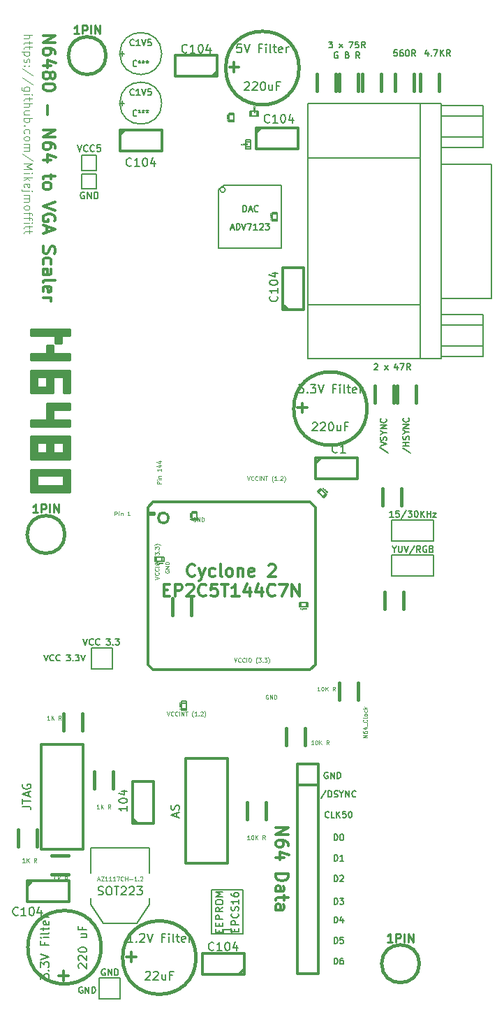
<source format=gto>
G04 (created by PCBNEW (22-Jun-2014 BZR 4027)-stable) date Tue Mar 31 03:02:01 2015*
%MOIN*%
G04 Gerber Fmt 3.4, Leading zero omitted, Abs format*
%FSLAX34Y34*%
G01*
G70*
G90*
G04 APERTURE LIST*
%ADD10C,0.00590551*%
%ADD11C,0.00393701*%
%ADD12C,0.011811*%
%ADD13C,0.00492126*%
%ADD14C,0.00738189*%
%ADD15C,0.015*%
%ADD16C,0.006*%
%ADD17C,0.005*%
%ADD18C,0.012*%
%ADD19C,0.008*%
%ADD20C,0.0012*%
%ADD21C,0.01*%
%ADD22C,0.0107*%
%ADD23C,0.0075*%
G04 APERTURE END LIST*
G54D10*
G54D11*
X53285Y-6097D02*
X53679Y-6097D01*
X53285Y-6266D02*
X53491Y-6266D01*
X53529Y-6247D01*
X53547Y-6210D01*
X53547Y-6153D01*
X53529Y-6116D01*
X53510Y-6097D01*
X53547Y-6397D02*
X53547Y-6547D01*
X53679Y-6453D02*
X53341Y-6453D01*
X53304Y-6472D01*
X53285Y-6510D01*
X53285Y-6547D01*
X53547Y-6622D02*
X53547Y-6772D01*
X53679Y-6678D02*
X53341Y-6678D01*
X53304Y-6697D01*
X53285Y-6735D01*
X53285Y-6772D01*
X53547Y-6903D02*
X53154Y-6903D01*
X53529Y-6903D02*
X53547Y-6941D01*
X53547Y-7016D01*
X53529Y-7053D01*
X53510Y-7072D01*
X53473Y-7091D01*
X53360Y-7091D01*
X53323Y-7072D01*
X53304Y-7053D01*
X53285Y-7016D01*
X53285Y-6941D01*
X53304Y-6903D01*
X53304Y-7241D02*
X53285Y-7278D01*
X53285Y-7353D01*
X53304Y-7391D01*
X53341Y-7410D01*
X53360Y-7410D01*
X53398Y-7391D01*
X53416Y-7353D01*
X53416Y-7297D01*
X53435Y-7260D01*
X53473Y-7241D01*
X53491Y-7241D01*
X53529Y-7260D01*
X53547Y-7297D01*
X53547Y-7353D01*
X53529Y-7391D01*
X53323Y-7578D02*
X53304Y-7597D01*
X53285Y-7578D01*
X53304Y-7559D01*
X53323Y-7578D01*
X53285Y-7578D01*
X53529Y-7578D02*
X53510Y-7597D01*
X53491Y-7578D01*
X53510Y-7559D01*
X53529Y-7578D01*
X53491Y-7578D01*
X53697Y-8047D02*
X53191Y-7709D01*
X53697Y-8459D02*
X53191Y-8122D01*
X53547Y-8759D02*
X53229Y-8759D01*
X53191Y-8741D01*
X53173Y-8722D01*
X53154Y-8684D01*
X53154Y-8628D01*
X53173Y-8591D01*
X53304Y-8759D02*
X53285Y-8722D01*
X53285Y-8647D01*
X53304Y-8609D01*
X53323Y-8591D01*
X53360Y-8572D01*
X53473Y-8572D01*
X53510Y-8591D01*
X53529Y-8609D01*
X53547Y-8647D01*
X53547Y-8722D01*
X53529Y-8759D01*
X53285Y-8947D02*
X53547Y-8947D01*
X53679Y-8947D02*
X53660Y-8928D01*
X53641Y-8947D01*
X53660Y-8966D01*
X53679Y-8947D01*
X53641Y-8947D01*
X53547Y-9078D02*
X53547Y-9228D01*
X53679Y-9134D02*
X53341Y-9134D01*
X53304Y-9153D01*
X53285Y-9191D01*
X53285Y-9228D01*
X53285Y-9359D02*
X53679Y-9359D01*
X53285Y-9528D02*
X53491Y-9528D01*
X53529Y-9509D01*
X53547Y-9472D01*
X53547Y-9416D01*
X53529Y-9378D01*
X53510Y-9359D01*
X53547Y-9884D02*
X53285Y-9884D01*
X53547Y-9715D02*
X53341Y-9715D01*
X53304Y-9734D01*
X53285Y-9772D01*
X53285Y-9828D01*
X53304Y-9865D01*
X53323Y-9884D01*
X53285Y-10072D02*
X53679Y-10072D01*
X53529Y-10072D02*
X53547Y-10109D01*
X53547Y-10184D01*
X53529Y-10222D01*
X53510Y-10240D01*
X53473Y-10259D01*
X53360Y-10259D01*
X53323Y-10240D01*
X53304Y-10222D01*
X53285Y-10184D01*
X53285Y-10109D01*
X53304Y-10072D01*
X53323Y-10428D02*
X53304Y-10447D01*
X53285Y-10428D01*
X53304Y-10409D01*
X53323Y-10428D01*
X53285Y-10428D01*
X53304Y-10784D02*
X53285Y-10747D01*
X53285Y-10672D01*
X53304Y-10634D01*
X53323Y-10615D01*
X53360Y-10597D01*
X53473Y-10597D01*
X53510Y-10615D01*
X53529Y-10634D01*
X53547Y-10672D01*
X53547Y-10747D01*
X53529Y-10784D01*
X53285Y-11009D02*
X53304Y-10972D01*
X53323Y-10953D01*
X53360Y-10934D01*
X53473Y-10934D01*
X53510Y-10953D01*
X53529Y-10972D01*
X53547Y-11009D01*
X53547Y-11065D01*
X53529Y-11103D01*
X53510Y-11122D01*
X53473Y-11140D01*
X53360Y-11140D01*
X53323Y-11122D01*
X53304Y-11103D01*
X53285Y-11065D01*
X53285Y-11009D01*
X53285Y-11309D02*
X53547Y-11309D01*
X53510Y-11309D02*
X53529Y-11328D01*
X53547Y-11365D01*
X53547Y-11422D01*
X53529Y-11459D01*
X53491Y-11478D01*
X53285Y-11478D01*
X53491Y-11478D02*
X53529Y-11497D01*
X53547Y-11534D01*
X53547Y-11590D01*
X53529Y-11628D01*
X53491Y-11646D01*
X53285Y-11646D01*
X53697Y-12115D02*
X53191Y-11778D01*
X53285Y-12246D02*
X53679Y-12246D01*
X53398Y-12378D01*
X53679Y-12509D01*
X53285Y-12509D01*
X53285Y-12696D02*
X53547Y-12696D01*
X53679Y-12696D02*
X53660Y-12678D01*
X53641Y-12696D01*
X53660Y-12715D01*
X53679Y-12696D01*
X53641Y-12696D01*
X53285Y-12884D02*
X53679Y-12884D01*
X53435Y-12921D02*
X53285Y-13034D01*
X53547Y-13034D02*
X53398Y-12884D01*
X53304Y-13353D02*
X53285Y-13315D01*
X53285Y-13240D01*
X53304Y-13203D01*
X53341Y-13184D01*
X53491Y-13184D01*
X53529Y-13203D01*
X53547Y-13240D01*
X53547Y-13315D01*
X53529Y-13353D01*
X53491Y-13371D01*
X53454Y-13371D01*
X53416Y-13184D01*
X53547Y-13540D02*
X53210Y-13540D01*
X53173Y-13521D01*
X53154Y-13484D01*
X53154Y-13465D01*
X53679Y-13540D02*
X53660Y-13521D01*
X53641Y-13540D01*
X53660Y-13559D01*
X53679Y-13540D01*
X53641Y-13540D01*
X53285Y-13727D02*
X53547Y-13727D01*
X53510Y-13727D02*
X53529Y-13746D01*
X53547Y-13784D01*
X53547Y-13840D01*
X53529Y-13877D01*
X53491Y-13896D01*
X53285Y-13896D01*
X53491Y-13896D02*
X53529Y-13915D01*
X53547Y-13952D01*
X53547Y-14009D01*
X53529Y-14046D01*
X53491Y-14065D01*
X53285Y-14065D01*
X53285Y-14309D02*
X53304Y-14271D01*
X53323Y-14252D01*
X53360Y-14234D01*
X53473Y-14234D01*
X53510Y-14252D01*
X53529Y-14271D01*
X53547Y-14309D01*
X53547Y-14365D01*
X53529Y-14402D01*
X53510Y-14421D01*
X53473Y-14440D01*
X53360Y-14440D01*
X53323Y-14421D01*
X53304Y-14402D01*
X53285Y-14365D01*
X53285Y-14309D01*
X53547Y-14552D02*
X53547Y-14702D01*
X53285Y-14609D02*
X53622Y-14609D01*
X53660Y-14627D01*
X53679Y-14665D01*
X53679Y-14702D01*
X53547Y-14777D02*
X53547Y-14927D01*
X53285Y-14834D02*
X53622Y-14834D01*
X53660Y-14852D01*
X53679Y-14890D01*
X53679Y-14927D01*
X53285Y-15059D02*
X53547Y-15059D01*
X53679Y-15059D02*
X53660Y-15040D01*
X53641Y-15059D01*
X53660Y-15077D01*
X53679Y-15059D01*
X53641Y-15059D01*
X53547Y-15190D02*
X53547Y-15340D01*
X53679Y-15246D02*
X53341Y-15246D01*
X53304Y-15265D01*
X53285Y-15302D01*
X53285Y-15340D01*
X53547Y-15415D02*
X53547Y-15565D01*
X53679Y-15471D02*
X53341Y-15471D01*
X53304Y-15490D01*
X53285Y-15527D01*
X53285Y-15565D01*
G54D12*
X54190Y-6144D02*
X54780Y-6144D01*
X54190Y-6482D01*
X54780Y-6482D01*
X54780Y-7016D02*
X54780Y-6903D01*
X54752Y-6847D01*
X54724Y-6819D01*
X54640Y-6763D01*
X54527Y-6735D01*
X54302Y-6735D01*
X54246Y-6763D01*
X54218Y-6791D01*
X54190Y-6847D01*
X54190Y-6960D01*
X54218Y-7016D01*
X54246Y-7044D01*
X54302Y-7072D01*
X54443Y-7072D01*
X54499Y-7044D01*
X54527Y-7016D01*
X54555Y-6960D01*
X54555Y-6847D01*
X54527Y-6791D01*
X54499Y-6763D01*
X54443Y-6735D01*
X54583Y-7578D02*
X54190Y-7578D01*
X54808Y-7438D02*
X54386Y-7297D01*
X54386Y-7663D01*
X54527Y-7972D02*
X54555Y-7916D01*
X54583Y-7888D01*
X54640Y-7859D01*
X54668Y-7859D01*
X54724Y-7888D01*
X54752Y-7916D01*
X54780Y-7972D01*
X54780Y-8084D01*
X54752Y-8141D01*
X54724Y-8169D01*
X54668Y-8197D01*
X54640Y-8197D01*
X54583Y-8169D01*
X54555Y-8141D01*
X54527Y-8084D01*
X54527Y-7972D01*
X54499Y-7916D01*
X54471Y-7888D01*
X54415Y-7859D01*
X54302Y-7859D01*
X54246Y-7888D01*
X54218Y-7916D01*
X54190Y-7972D01*
X54190Y-8084D01*
X54218Y-8141D01*
X54246Y-8169D01*
X54302Y-8197D01*
X54415Y-8197D01*
X54471Y-8169D01*
X54499Y-8141D01*
X54527Y-8084D01*
X54780Y-8562D02*
X54780Y-8619D01*
X54752Y-8675D01*
X54724Y-8703D01*
X54668Y-8731D01*
X54555Y-8759D01*
X54415Y-8759D01*
X54302Y-8731D01*
X54246Y-8703D01*
X54218Y-8675D01*
X54190Y-8619D01*
X54190Y-8562D01*
X54218Y-8506D01*
X54246Y-8478D01*
X54302Y-8450D01*
X54415Y-8422D01*
X54555Y-8422D01*
X54668Y-8450D01*
X54724Y-8478D01*
X54752Y-8506D01*
X54780Y-8562D01*
X54415Y-9462D02*
X54415Y-9912D01*
X54190Y-10643D02*
X54780Y-10643D01*
X54190Y-10981D01*
X54780Y-10981D01*
X54780Y-11515D02*
X54780Y-11403D01*
X54752Y-11347D01*
X54724Y-11318D01*
X54640Y-11262D01*
X54527Y-11234D01*
X54302Y-11234D01*
X54246Y-11262D01*
X54218Y-11290D01*
X54190Y-11347D01*
X54190Y-11459D01*
X54218Y-11515D01*
X54246Y-11543D01*
X54302Y-11571D01*
X54443Y-11571D01*
X54499Y-11543D01*
X54527Y-11515D01*
X54555Y-11459D01*
X54555Y-11347D01*
X54527Y-11290D01*
X54499Y-11262D01*
X54443Y-11234D01*
X54583Y-12078D02*
X54190Y-12078D01*
X54808Y-11937D02*
X54386Y-11796D01*
X54386Y-12162D01*
X54583Y-12753D02*
X54583Y-12978D01*
X54780Y-12837D02*
X54274Y-12837D01*
X54218Y-12865D01*
X54190Y-12921D01*
X54190Y-12978D01*
X54190Y-13259D02*
X54218Y-13203D01*
X54246Y-13174D01*
X54302Y-13146D01*
X54471Y-13146D01*
X54527Y-13174D01*
X54555Y-13203D01*
X54583Y-13259D01*
X54583Y-13343D01*
X54555Y-13399D01*
X54527Y-13428D01*
X54471Y-13456D01*
X54302Y-13456D01*
X54246Y-13428D01*
X54218Y-13399D01*
X54190Y-13343D01*
X54190Y-13259D01*
X54780Y-14074D02*
X54190Y-14271D01*
X54780Y-14468D01*
X54752Y-14974D02*
X54780Y-14918D01*
X54780Y-14834D01*
X54752Y-14749D01*
X54696Y-14693D01*
X54640Y-14665D01*
X54527Y-14637D01*
X54443Y-14637D01*
X54330Y-14665D01*
X54274Y-14693D01*
X54218Y-14749D01*
X54190Y-14834D01*
X54190Y-14890D01*
X54218Y-14974D01*
X54246Y-15002D01*
X54443Y-15002D01*
X54443Y-14890D01*
X54358Y-15227D02*
X54358Y-15508D01*
X54190Y-15171D02*
X54780Y-15368D01*
X54190Y-15565D01*
X54218Y-16183D02*
X54190Y-16268D01*
X54190Y-16408D01*
X54218Y-16465D01*
X54246Y-16493D01*
X54302Y-16521D01*
X54358Y-16521D01*
X54415Y-16493D01*
X54443Y-16465D01*
X54471Y-16408D01*
X54499Y-16296D01*
X54527Y-16240D01*
X54555Y-16212D01*
X54611Y-16183D01*
X54668Y-16183D01*
X54724Y-16212D01*
X54752Y-16240D01*
X54780Y-16296D01*
X54780Y-16437D01*
X54752Y-16521D01*
X54218Y-17027D02*
X54190Y-16971D01*
X54190Y-16858D01*
X54218Y-16802D01*
X54246Y-16774D01*
X54302Y-16746D01*
X54471Y-16746D01*
X54527Y-16774D01*
X54555Y-16802D01*
X54583Y-16858D01*
X54583Y-16971D01*
X54555Y-17027D01*
X54190Y-17533D02*
X54499Y-17533D01*
X54555Y-17505D01*
X54583Y-17449D01*
X54583Y-17336D01*
X54555Y-17280D01*
X54218Y-17533D02*
X54190Y-17477D01*
X54190Y-17336D01*
X54218Y-17280D01*
X54274Y-17252D01*
X54330Y-17252D01*
X54386Y-17280D01*
X54415Y-17336D01*
X54415Y-17477D01*
X54443Y-17533D01*
X54190Y-17899D02*
X54218Y-17843D01*
X54274Y-17814D01*
X54780Y-17814D01*
X54218Y-18349D02*
X54190Y-18293D01*
X54190Y-18180D01*
X54218Y-18124D01*
X54274Y-18096D01*
X54499Y-18096D01*
X54555Y-18124D01*
X54583Y-18180D01*
X54583Y-18293D01*
X54555Y-18349D01*
X54499Y-18377D01*
X54443Y-18377D01*
X54386Y-18096D01*
X54190Y-18630D02*
X54583Y-18630D01*
X54471Y-18630D02*
X54527Y-18658D01*
X54555Y-18686D01*
X54583Y-18742D01*
X54583Y-18799D01*
G54D13*
X53327Y-45552D02*
X53215Y-45552D01*
X53271Y-45552D02*
X53271Y-45355D01*
X53252Y-45383D01*
X53233Y-45402D01*
X53215Y-45411D01*
X53412Y-45552D02*
X53412Y-45355D01*
X53524Y-45552D02*
X53440Y-45439D01*
X53524Y-45355D02*
X53412Y-45467D01*
X53871Y-45552D02*
X53805Y-45458D01*
X53758Y-45552D02*
X53758Y-45355D01*
X53833Y-45355D01*
X53852Y-45364D01*
X53862Y-45374D01*
X53871Y-45392D01*
X53871Y-45420D01*
X53862Y-45439D01*
X53852Y-45449D01*
X53833Y-45458D01*
X53758Y-45458D01*
G54D14*
X56074Y-51511D02*
X56046Y-51497D01*
X56003Y-51497D01*
X55961Y-51511D01*
X55933Y-51539D01*
X55919Y-51567D01*
X55905Y-51624D01*
X55905Y-51666D01*
X55919Y-51722D01*
X55933Y-51750D01*
X55961Y-51778D01*
X56003Y-51792D01*
X56032Y-51792D01*
X56074Y-51778D01*
X56088Y-51764D01*
X56088Y-51666D01*
X56032Y-51666D01*
X56214Y-51792D02*
X56214Y-51497D01*
X56383Y-51792D01*
X56383Y-51497D01*
X56524Y-51792D02*
X56524Y-51497D01*
X56594Y-51497D01*
X56636Y-51511D01*
X56664Y-51539D01*
X56678Y-51567D01*
X56692Y-51624D01*
X56692Y-51666D01*
X56678Y-51722D01*
X56664Y-51750D01*
X56636Y-51778D01*
X56594Y-51792D01*
X56524Y-51792D01*
X68089Y-50414D02*
X68089Y-50119D01*
X68159Y-50119D01*
X68201Y-50133D01*
X68229Y-50161D01*
X68243Y-50189D01*
X68257Y-50246D01*
X68257Y-50288D01*
X68243Y-50344D01*
X68229Y-50372D01*
X68201Y-50400D01*
X68159Y-50414D01*
X68089Y-50414D01*
X68510Y-50119D02*
X68454Y-50119D01*
X68426Y-50133D01*
X68412Y-50147D01*
X68384Y-50189D01*
X68370Y-50246D01*
X68370Y-50358D01*
X68384Y-50386D01*
X68398Y-50400D01*
X68426Y-50414D01*
X68482Y-50414D01*
X68510Y-50400D01*
X68525Y-50386D01*
X68539Y-50358D01*
X68539Y-50288D01*
X68525Y-50260D01*
X68510Y-50246D01*
X68482Y-50232D01*
X68426Y-50232D01*
X68398Y-50246D01*
X68384Y-50260D01*
X68370Y-50288D01*
X68089Y-49430D02*
X68089Y-49135D01*
X68159Y-49135D01*
X68201Y-49149D01*
X68229Y-49177D01*
X68243Y-49205D01*
X68257Y-49261D01*
X68257Y-49303D01*
X68243Y-49360D01*
X68229Y-49388D01*
X68201Y-49416D01*
X68159Y-49430D01*
X68089Y-49430D01*
X68525Y-49135D02*
X68384Y-49135D01*
X68370Y-49275D01*
X68384Y-49261D01*
X68412Y-49247D01*
X68482Y-49247D01*
X68510Y-49261D01*
X68525Y-49275D01*
X68539Y-49303D01*
X68539Y-49374D01*
X68525Y-49402D01*
X68510Y-49416D01*
X68482Y-49430D01*
X68412Y-49430D01*
X68384Y-49416D01*
X68370Y-49402D01*
X68089Y-48446D02*
X68089Y-48151D01*
X68159Y-48151D01*
X68201Y-48165D01*
X68229Y-48193D01*
X68243Y-48221D01*
X68257Y-48277D01*
X68257Y-48319D01*
X68243Y-48375D01*
X68229Y-48404D01*
X68201Y-48432D01*
X68159Y-48446D01*
X68089Y-48446D01*
X68510Y-48249D02*
X68510Y-48446D01*
X68440Y-48136D02*
X68370Y-48347D01*
X68553Y-48347D01*
X68089Y-47560D02*
X68089Y-47265D01*
X68159Y-47265D01*
X68201Y-47279D01*
X68229Y-47307D01*
X68243Y-47335D01*
X68257Y-47391D01*
X68257Y-47433D01*
X68243Y-47490D01*
X68229Y-47518D01*
X68201Y-47546D01*
X68159Y-47560D01*
X68089Y-47560D01*
X68356Y-47265D02*
X68539Y-47265D01*
X68440Y-47377D01*
X68482Y-47377D01*
X68510Y-47391D01*
X68525Y-47405D01*
X68539Y-47433D01*
X68539Y-47504D01*
X68525Y-47532D01*
X68510Y-47546D01*
X68482Y-47560D01*
X68398Y-47560D01*
X68370Y-47546D01*
X68356Y-47532D01*
X68089Y-46477D02*
X68089Y-46182D01*
X68159Y-46182D01*
X68201Y-46196D01*
X68229Y-46224D01*
X68243Y-46252D01*
X68257Y-46309D01*
X68257Y-46351D01*
X68243Y-46407D01*
X68229Y-46435D01*
X68201Y-46463D01*
X68159Y-46477D01*
X68089Y-46477D01*
X68370Y-46210D02*
X68384Y-46196D01*
X68412Y-46182D01*
X68482Y-46182D01*
X68510Y-46196D01*
X68525Y-46210D01*
X68539Y-46238D01*
X68539Y-46266D01*
X68525Y-46309D01*
X68356Y-46477D01*
X68539Y-46477D01*
X68089Y-45493D02*
X68089Y-45198D01*
X68159Y-45198D01*
X68201Y-45212D01*
X68229Y-45240D01*
X68243Y-45268D01*
X68257Y-45324D01*
X68257Y-45366D01*
X68243Y-45423D01*
X68229Y-45451D01*
X68201Y-45479D01*
X68159Y-45493D01*
X68089Y-45493D01*
X68539Y-45493D02*
X68370Y-45493D01*
X68454Y-45493D02*
X68454Y-45198D01*
X68426Y-45240D01*
X68398Y-45268D01*
X68370Y-45282D01*
X68089Y-44509D02*
X68089Y-44214D01*
X68159Y-44214D01*
X68201Y-44228D01*
X68229Y-44256D01*
X68243Y-44284D01*
X68257Y-44340D01*
X68257Y-44382D01*
X68243Y-44438D01*
X68229Y-44467D01*
X68201Y-44495D01*
X68159Y-44509D01*
X68089Y-44509D01*
X68440Y-44214D02*
X68468Y-44214D01*
X68496Y-44228D01*
X68510Y-44242D01*
X68525Y-44270D01*
X68539Y-44326D01*
X68539Y-44396D01*
X68525Y-44453D01*
X68510Y-44481D01*
X68496Y-44495D01*
X68468Y-44509D01*
X68440Y-44509D01*
X68412Y-44495D01*
X68398Y-44481D01*
X68384Y-44453D01*
X68370Y-44396D01*
X68370Y-44326D01*
X68384Y-44270D01*
X68398Y-44242D01*
X68412Y-44228D01*
X68440Y-44214D01*
X67850Y-43398D02*
X67836Y-43412D01*
X67793Y-43426D01*
X67765Y-43426D01*
X67723Y-43412D01*
X67695Y-43384D01*
X67681Y-43356D01*
X67667Y-43300D01*
X67667Y-43257D01*
X67681Y-43201D01*
X67695Y-43173D01*
X67723Y-43145D01*
X67765Y-43131D01*
X67793Y-43131D01*
X67836Y-43145D01*
X67850Y-43159D01*
X68117Y-43426D02*
X67976Y-43426D01*
X67976Y-43131D01*
X68215Y-43426D02*
X68215Y-43131D01*
X68384Y-43426D02*
X68257Y-43257D01*
X68384Y-43131D02*
X68215Y-43300D01*
X68651Y-43131D02*
X68510Y-43131D01*
X68496Y-43271D01*
X68510Y-43257D01*
X68539Y-43243D01*
X68609Y-43243D01*
X68637Y-43257D01*
X68651Y-43271D01*
X68665Y-43300D01*
X68665Y-43370D01*
X68651Y-43398D01*
X68637Y-43412D01*
X68609Y-43426D01*
X68539Y-43426D01*
X68510Y-43412D01*
X68496Y-43398D01*
X68848Y-43131D02*
X68876Y-43131D01*
X68904Y-43145D01*
X68918Y-43159D01*
X68932Y-43187D01*
X68946Y-43243D01*
X68946Y-43314D01*
X68932Y-43370D01*
X68918Y-43398D01*
X68904Y-43412D01*
X68876Y-43426D01*
X68848Y-43426D01*
X68820Y-43412D01*
X68806Y-43398D01*
X68792Y-43370D01*
X68778Y-43314D01*
X68778Y-43243D01*
X68792Y-43187D01*
X68806Y-43159D01*
X68820Y-43145D01*
X68848Y-43131D01*
X67716Y-42133D02*
X67463Y-42512D01*
X67814Y-42442D02*
X67814Y-42147D01*
X67885Y-42147D01*
X67927Y-42161D01*
X67955Y-42189D01*
X67969Y-42217D01*
X67983Y-42273D01*
X67983Y-42315D01*
X67969Y-42372D01*
X67955Y-42400D01*
X67927Y-42428D01*
X67885Y-42442D01*
X67814Y-42442D01*
X68096Y-42428D02*
X68138Y-42442D01*
X68208Y-42442D01*
X68236Y-42428D01*
X68250Y-42414D01*
X68264Y-42386D01*
X68264Y-42357D01*
X68250Y-42329D01*
X68236Y-42315D01*
X68208Y-42301D01*
X68152Y-42287D01*
X68124Y-42273D01*
X68110Y-42259D01*
X68096Y-42231D01*
X68096Y-42203D01*
X68110Y-42175D01*
X68124Y-42161D01*
X68152Y-42147D01*
X68222Y-42147D01*
X68264Y-42161D01*
X68447Y-42301D02*
X68447Y-42442D01*
X68349Y-42147D02*
X68447Y-42301D01*
X68546Y-42147D01*
X68644Y-42442D02*
X68644Y-42147D01*
X68813Y-42442D01*
X68813Y-42147D01*
X69122Y-42414D02*
X69108Y-42428D01*
X69066Y-42442D01*
X69038Y-42442D01*
X68996Y-42428D01*
X68967Y-42400D01*
X68953Y-42372D01*
X68939Y-42315D01*
X68939Y-42273D01*
X68953Y-42217D01*
X68967Y-42189D01*
X68996Y-42161D01*
X69038Y-42147D01*
X69066Y-42147D01*
X69108Y-42161D01*
X69122Y-42175D01*
G54D12*
X65312Y-43911D02*
X65902Y-43911D01*
X65312Y-44249D01*
X65902Y-44249D01*
X65902Y-44783D02*
X65902Y-44670D01*
X65874Y-44614D01*
X65846Y-44586D01*
X65762Y-44530D01*
X65649Y-44502D01*
X65424Y-44502D01*
X65368Y-44530D01*
X65340Y-44558D01*
X65312Y-44614D01*
X65312Y-44727D01*
X65340Y-44783D01*
X65368Y-44811D01*
X65424Y-44839D01*
X65565Y-44839D01*
X65621Y-44811D01*
X65649Y-44783D01*
X65677Y-44727D01*
X65677Y-44614D01*
X65649Y-44558D01*
X65621Y-44530D01*
X65565Y-44502D01*
X65705Y-45345D02*
X65312Y-45345D01*
X65930Y-45205D02*
X65508Y-45064D01*
X65508Y-45430D01*
X65312Y-46105D02*
X65902Y-46105D01*
X65902Y-46245D01*
X65874Y-46330D01*
X65818Y-46386D01*
X65762Y-46414D01*
X65649Y-46442D01*
X65565Y-46442D01*
X65452Y-46414D01*
X65396Y-46386D01*
X65340Y-46330D01*
X65312Y-46245D01*
X65312Y-46105D01*
X65312Y-46948D02*
X65621Y-46948D01*
X65677Y-46920D01*
X65705Y-46864D01*
X65705Y-46751D01*
X65677Y-46695D01*
X65340Y-46948D02*
X65312Y-46892D01*
X65312Y-46751D01*
X65340Y-46695D01*
X65396Y-46667D01*
X65452Y-46667D01*
X65508Y-46695D01*
X65537Y-46751D01*
X65537Y-46892D01*
X65565Y-46948D01*
X65705Y-47145D02*
X65705Y-47370D01*
X65902Y-47230D02*
X65396Y-47230D01*
X65340Y-47258D01*
X65312Y-47314D01*
X65312Y-47370D01*
X65312Y-47820D02*
X65621Y-47820D01*
X65677Y-47792D01*
X65705Y-47736D01*
X65705Y-47623D01*
X65677Y-47567D01*
X65340Y-47820D02*
X65312Y-47764D01*
X65312Y-47623D01*
X65340Y-47567D01*
X65396Y-47539D01*
X65452Y-47539D01*
X65508Y-47567D01*
X65537Y-47623D01*
X65537Y-47764D01*
X65565Y-47820D01*
G54D14*
X67786Y-41275D02*
X67758Y-41261D01*
X67716Y-41261D01*
X67674Y-41275D01*
X67646Y-41303D01*
X67632Y-41331D01*
X67618Y-41387D01*
X67618Y-41429D01*
X67632Y-41486D01*
X67646Y-41514D01*
X67674Y-41542D01*
X67716Y-41556D01*
X67744Y-41556D01*
X67786Y-41542D01*
X67800Y-41528D01*
X67800Y-41429D01*
X67744Y-41429D01*
X67927Y-41556D02*
X67927Y-41261D01*
X68096Y-41556D01*
X68096Y-41261D01*
X68236Y-41556D02*
X68236Y-41261D01*
X68307Y-41261D01*
X68349Y-41275D01*
X68377Y-41303D01*
X68391Y-41331D01*
X68405Y-41387D01*
X68405Y-41429D01*
X68391Y-41486D01*
X68377Y-41514D01*
X68349Y-41542D01*
X68307Y-41556D01*
X68236Y-41556D01*
X54232Y-35651D02*
X54330Y-35946D01*
X54429Y-35651D01*
X54696Y-35918D02*
X54682Y-35932D01*
X54640Y-35946D01*
X54611Y-35946D01*
X54569Y-35932D01*
X54541Y-35904D01*
X54527Y-35875D01*
X54513Y-35819D01*
X54513Y-35777D01*
X54527Y-35721D01*
X54541Y-35693D01*
X54569Y-35665D01*
X54611Y-35651D01*
X54640Y-35651D01*
X54682Y-35665D01*
X54696Y-35679D01*
X54991Y-35918D02*
X54977Y-35932D01*
X54935Y-35946D01*
X54907Y-35946D01*
X54865Y-35932D01*
X54836Y-35904D01*
X54822Y-35875D01*
X54808Y-35819D01*
X54808Y-35777D01*
X54822Y-35721D01*
X54836Y-35693D01*
X54865Y-35665D01*
X54907Y-35651D01*
X54935Y-35651D01*
X54977Y-35665D01*
X54991Y-35679D01*
X55314Y-35651D02*
X55497Y-35651D01*
X55399Y-35763D01*
X55441Y-35763D01*
X55469Y-35777D01*
X55483Y-35791D01*
X55497Y-35819D01*
X55497Y-35890D01*
X55483Y-35918D01*
X55469Y-35932D01*
X55441Y-35946D01*
X55357Y-35946D01*
X55329Y-35932D01*
X55314Y-35918D01*
X55624Y-35918D02*
X55638Y-35932D01*
X55624Y-35946D01*
X55610Y-35932D01*
X55624Y-35918D01*
X55624Y-35946D01*
X55736Y-35651D02*
X55919Y-35651D01*
X55821Y-35763D01*
X55863Y-35763D01*
X55891Y-35777D01*
X55905Y-35791D01*
X55919Y-35819D01*
X55919Y-35890D01*
X55905Y-35918D01*
X55891Y-35932D01*
X55863Y-35946D01*
X55778Y-35946D01*
X55750Y-35932D01*
X55736Y-35918D01*
X56003Y-35651D02*
X56102Y-35946D01*
X56200Y-35651D01*
G54D13*
X59823Y-27512D02*
X59626Y-27512D01*
X59626Y-27437D01*
X59636Y-27418D01*
X59645Y-27409D01*
X59664Y-27399D01*
X59692Y-27399D01*
X59711Y-27409D01*
X59720Y-27418D01*
X59730Y-27437D01*
X59730Y-27512D01*
X59823Y-27315D02*
X59692Y-27315D01*
X59626Y-27315D02*
X59636Y-27324D01*
X59645Y-27315D01*
X59636Y-27305D01*
X59626Y-27315D01*
X59645Y-27315D01*
X59692Y-27221D02*
X59823Y-27221D01*
X59711Y-27221D02*
X59701Y-27212D01*
X59692Y-27193D01*
X59692Y-27165D01*
X59701Y-27146D01*
X59720Y-27137D01*
X59823Y-27137D01*
X59823Y-26790D02*
X59823Y-26902D01*
X59823Y-26846D02*
X59626Y-26846D01*
X59655Y-26865D01*
X59673Y-26884D01*
X59683Y-26902D01*
X59692Y-26621D02*
X59823Y-26621D01*
X59617Y-26668D02*
X59758Y-26715D01*
X59758Y-26593D01*
X59692Y-26434D02*
X59823Y-26434D01*
X59617Y-26481D02*
X59758Y-26527D01*
X59758Y-26406D01*
X57616Y-29016D02*
X57616Y-28819D01*
X57691Y-28819D01*
X57709Y-28829D01*
X57719Y-28838D01*
X57728Y-28857D01*
X57728Y-28885D01*
X57719Y-28904D01*
X57709Y-28913D01*
X57691Y-28922D01*
X57616Y-28922D01*
X57813Y-29016D02*
X57813Y-28885D01*
X57813Y-28819D02*
X57803Y-28829D01*
X57813Y-28838D01*
X57822Y-28829D01*
X57813Y-28819D01*
X57813Y-28838D01*
X57906Y-28885D02*
X57906Y-29016D01*
X57906Y-28904D02*
X57916Y-28894D01*
X57934Y-28885D01*
X57963Y-28885D01*
X57981Y-28894D01*
X57991Y-28913D01*
X57991Y-29016D01*
X58338Y-29016D02*
X58225Y-29016D01*
X58281Y-29016D02*
X58281Y-28819D01*
X58263Y-28847D01*
X58244Y-28866D01*
X58225Y-28876D01*
X54804Y-46437D02*
X54691Y-46437D01*
X54747Y-46437D02*
X54747Y-46241D01*
X54729Y-46269D01*
X54710Y-46287D01*
X54691Y-46297D01*
X54888Y-46437D02*
X54888Y-46241D01*
X55000Y-46437D02*
X54916Y-46325D01*
X55000Y-46241D02*
X54888Y-46353D01*
X55347Y-46437D02*
X55282Y-46344D01*
X55235Y-46437D02*
X55235Y-46241D01*
X55310Y-46241D01*
X55329Y-46250D01*
X55338Y-46259D01*
X55347Y-46278D01*
X55347Y-46306D01*
X55338Y-46325D01*
X55329Y-46334D01*
X55310Y-46344D01*
X55235Y-46344D01*
X64060Y-44469D02*
X63948Y-44469D01*
X64004Y-44469D02*
X64004Y-44272D01*
X63985Y-44300D01*
X63967Y-44319D01*
X63948Y-44328D01*
X64182Y-44272D02*
X64201Y-44272D01*
X64220Y-44281D01*
X64229Y-44291D01*
X64238Y-44310D01*
X64248Y-44347D01*
X64248Y-44394D01*
X64238Y-44431D01*
X64229Y-44450D01*
X64220Y-44460D01*
X64201Y-44469D01*
X64182Y-44469D01*
X64163Y-44460D01*
X64154Y-44450D01*
X64145Y-44431D01*
X64135Y-44394D01*
X64135Y-44347D01*
X64145Y-44310D01*
X64154Y-44291D01*
X64163Y-44281D01*
X64182Y-44272D01*
X64332Y-44469D02*
X64332Y-44272D01*
X64445Y-44469D02*
X64360Y-44356D01*
X64445Y-44272D02*
X64332Y-44385D01*
X64791Y-44469D02*
X64726Y-44375D01*
X64679Y-44469D02*
X64679Y-44272D01*
X64754Y-44272D01*
X64773Y-44281D01*
X64782Y-44291D01*
X64791Y-44310D01*
X64791Y-44338D01*
X64782Y-44356D01*
X64773Y-44366D01*
X64754Y-44375D01*
X64679Y-44375D01*
X67111Y-39941D02*
X66999Y-39941D01*
X67055Y-39941D02*
X67055Y-39745D01*
X67036Y-39773D01*
X67018Y-39791D01*
X66999Y-39801D01*
X67233Y-39745D02*
X67252Y-39745D01*
X67271Y-39754D01*
X67280Y-39763D01*
X67290Y-39782D01*
X67299Y-39820D01*
X67299Y-39866D01*
X67290Y-39904D01*
X67280Y-39923D01*
X67271Y-39932D01*
X67252Y-39941D01*
X67233Y-39941D01*
X67215Y-39932D01*
X67205Y-39923D01*
X67196Y-39904D01*
X67186Y-39866D01*
X67186Y-39820D01*
X67196Y-39782D01*
X67205Y-39763D01*
X67215Y-39754D01*
X67233Y-39745D01*
X67383Y-39941D02*
X67383Y-39745D01*
X67496Y-39941D02*
X67411Y-39829D01*
X67496Y-39745D02*
X67383Y-39857D01*
X67843Y-39941D02*
X67777Y-39848D01*
X67730Y-39941D02*
X67730Y-39745D01*
X67805Y-39745D01*
X67824Y-39754D01*
X67833Y-39763D01*
X67843Y-39782D01*
X67843Y-39810D01*
X67833Y-39829D01*
X67824Y-39838D01*
X67805Y-39848D01*
X67730Y-39848D01*
X67407Y-37382D02*
X67294Y-37382D01*
X67350Y-37382D02*
X67350Y-37185D01*
X67332Y-37214D01*
X67313Y-37232D01*
X67294Y-37242D01*
X67529Y-37185D02*
X67547Y-37185D01*
X67566Y-37195D01*
X67575Y-37204D01*
X67585Y-37223D01*
X67594Y-37260D01*
X67594Y-37307D01*
X67585Y-37345D01*
X67575Y-37364D01*
X67566Y-37373D01*
X67547Y-37382D01*
X67529Y-37382D01*
X67510Y-37373D01*
X67500Y-37364D01*
X67491Y-37345D01*
X67482Y-37307D01*
X67482Y-37260D01*
X67491Y-37223D01*
X67500Y-37204D01*
X67510Y-37195D01*
X67529Y-37185D01*
X67679Y-37382D02*
X67679Y-37185D01*
X67791Y-37382D02*
X67707Y-37270D01*
X67791Y-37185D02*
X67679Y-37298D01*
X68138Y-37382D02*
X68072Y-37289D01*
X68025Y-37382D02*
X68025Y-37185D01*
X68100Y-37185D01*
X68119Y-37195D01*
X68128Y-37204D01*
X68138Y-37223D01*
X68138Y-37251D01*
X68128Y-37270D01*
X68119Y-37279D01*
X68100Y-37289D01*
X68025Y-37289D01*
X56871Y-42993D02*
X56758Y-42993D01*
X56814Y-42993D02*
X56814Y-42796D01*
X56796Y-42824D01*
X56777Y-42843D01*
X56758Y-42852D01*
X56955Y-42993D02*
X56955Y-42796D01*
X57067Y-42993D02*
X56983Y-42880D01*
X57067Y-42796D02*
X56955Y-42908D01*
X57414Y-42993D02*
X57349Y-42899D01*
X57302Y-42993D02*
X57302Y-42796D01*
X57377Y-42796D01*
X57395Y-42805D01*
X57405Y-42814D01*
X57414Y-42833D01*
X57414Y-42861D01*
X57405Y-42880D01*
X57395Y-42889D01*
X57377Y-42899D01*
X57302Y-42899D01*
X54508Y-38760D02*
X54396Y-38760D01*
X54452Y-38760D02*
X54452Y-38563D01*
X54433Y-38592D01*
X54415Y-38610D01*
X54396Y-38620D01*
X54593Y-38760D02*
X54593Y-38563D01*
X54705Y-38760D02*
X54621Y-38648D01*
X54705Y-38563D02*
X54593Y-38676D01*
X55052Y-38760D02*
X54986Y-38667D01*
X54940Y-38760D02*
X54940Y-38563D01*
X55014Y-38563D01*
X55033Y-38573D01*
X55043Y-38582D01*
X55052Y-38601D01*
X55052Y-38629D01*
X55043Y-38648D01*
X55033Y-38657D01*
X55014Y-38667D01*
X54940Y-38667D01*
X60029Y-31646D02*
X60020Y-31664D01*
X60020Y-31692D01*
X60029Y-31721D01*
X60048Y-31739D01*
X60067Y-31749D01*
X60104Y-31758D01*
X60133Y-31758D01*
X60170Y-31749D01*
X60189Y-31739D01*
X60208Y-31721D01*
X60217Y-31692D01*
X60217Y-31674D01*
X60208Y-31646D01*
X60198Y-31636D01*
X60133Y-31636D01*
X60133Y-31674D01*
X60217Y-31552D02*
X60020Y-31552D01*
X60217Y-31439D01*
X60020Y-31439D01*
X60217Y-31346D02*
X60020Y-31346D01*
X60020Y-31299D01*
X60029Y-31271D01*
X60048Y-31252D01*
X60067Y-31242D01*
X60104Y-31233D01*
X60133Y-31233D01*
X60170Y-31242D01*
X60189Y-31252D01*
X60208Y-31271D01*
X60217Y-31299D01*
X60217Y-31346D01*
X69666Y-39599D02*
X69469Y-39599D01*
X69666Y-39487D01*
X69469Y-39487D01*
X69469Y-39309D02*
X69469Y-39346D01*
X69478Y-39365D01*
X69488Y-39374D01*
X69516Y-39393D01*
X69553Y-39402D01*
X69628Y-39402D01*
X69647Y-39393D01*
X69656Y-39384D01*
X69666Y-39365D01*
X69666Y-39327D01*
X69656Y-39309D01*
X69647Y-39299D01*
X69628Y-39290D01*
X69581Y-39290D01*
X69563Y-39299D01*
X69553Y-39309D01*
X69544Y-39327D01*
X69544Y-39365D01*
X69553Y-39384D01*
X69563Y-39393D01*
X69581Y-39402D01*
X69535Y-39121D02*
X69666Y-39121D01*
X69460Y-39168D02*
X69600Y-39215D01*
X69600Y-39093D01*
X69685Y-39065D02*
X69685Y-38915D01*
X69647Y-38756D02*
X69656Y-38765D01*
X69666Y-38793D01*
X69666Y-38812D01*
X69656Y-38840D01*
X69638Y-38859D01*
X69619Y-38868D01*
X69581Y-38877D01*
X69553Y-38877D01*
X69516Y-38868D01*
X69497Y-38859D01*
X69478Y-38840D01*
X69469Y-38812D01*
X69469Y-38793D01*
X69478Y-38765D01*
X69488Y-38756D01*
X69666Y-38643D02*
X69656Y-38662D01*
X69638Y-38671D01*
X69469Y-38671D01*
X69666Y-38540D02*
X69656Y-38559D01*
X69647Y-38568D01*
X69628Y-38577D01*
X69572Y-38577D01*
X69553Y-38568D01*
X69544Y-38559D01*
X69535Y-38540D01*
X69535Y-38512D01*
X69544Y-38493D01*
X69553Y-38484D01*
X69572Y-38474D01*
X69628Y-38474D01*
X69647Y-38484D01*
X69656Y-38493D01*
X69666Y-38512D01*
X69666Y-38540D01*
X69656Y-38306D02*
X69666Y-38324D01*
X69666Y-38362D01*
X69656Y-38381D01*
X69647Y-38390D01*
X69628Y-38399D01*
X69572Y-38399D01*
X69553Y-38390D01*
X69544Y-38381D01*
X69535Y-38362D01*
X69535Y-38324D01*
X69544Y-38306D01*
X69666Y-38221D02*
X69469Y-38221D01*
X69591Y-38203D02*
X69666Y-38146D01*
X69535Y-38146D02*
X69610Y-38221D01*
X64932Y-37589D02*
X64913Y-37579D01*
X64885Y-37579D01*
X64857Y-37589D01*
X64838Y-37607D01*
X64829Y-37626D01*
X64820Y-37664D01*
X64820Y-37692D01*
X64829Y-37729D01*
X64838Y-37748D01*
X64857Y-37767D01*
X64885Y-37776D01*
X64904Y-37776D01*
X64932Y-37767D01*
X64941Y-37757D01*
X64941Y-37692D01*
X64904Y-37692D01*
X65026Y-37776D02*
X65026Y-37579D01*
X65138Y-37776D01*
X65138Y-37579D01*
X65232Y-37776D02*
X65232Y-37579D01*
X65279Y-37579D01*
X65307Y-37589D01*
X65326Y-37607D01*
X65335Y-37626D01*
X65344Y-37664D01*
X65344Y-37692D01*
X65335Y-37729D01*
X65326Y-37748D01*
X65307Y-37767D01*
X65279Y-37776D01*
X65232Y-37776D01*
X60119Y-38367D02*
X60184Y-38563D01*
X60250Y-38367D01*
X60428Y-38545D02*
X60419Y-38554D01*
X60390Y-38563D01*
X60372Y-38563D01*
X60344Y-38554D01*
X60325Y-38535D01*
X60315Y-38517D01*
X60306Y-38479D01*
X60306Y-38451D01*
X60315Y-38413D01*
X60325Y-38395D01*
X60344Y-38376D01*
X60372Y-38367D01*
X60390Y-38367D01*
X60419Y-38376D01*
X60428Y-38385D01*
X60625Y-38545D02*
X60615Y-38554D01*
X60587Y-38563D01*
X60568Y-38563D01*
X60540Y-38554D01*
X60522Y-38535D01*
X60512Y-38517D01*
X60503Y-38479D01*
X60503Y-38451D01*
X60512Y-38413D01*
X60522Y-38395D01*
X60540Y-38376D01*
X60568Y-38367D01*
X60587Y-38367D01*
X60615Y-38376D01*
X60625Y-38385D01*
X60709Y-38563D02*
X60709Y-38367D01*
X60803Y-38563D02*
X60803Y-38367D01*
X60915Y-38563D01*
X60915Y-38367D01*
X60981Y-38367D02*
X61093Y-38367D01*
X61037Y-38563D02*
X61037Y-38367D01*
X61365Y-38638D02*
X61356Y-38629D01*
X61337Y-38601D01*
X61328Y-38582D01*
X61318Y-38554D01*
X61309Y-38507D01*
X61309Y-38470D01*
X61318Y-38423D01*
X61328Y-38395D01*
X61337Y-38376D01*
X61356Y-38348D01*
X61365Y-38338D01*
X61543Y-38563D02*
X61431Y-38563D01*
X61487Y-38563D02*
X61487Y-38367D01*
X61468Y-38395D01*
X61450Y-38413D01*
X61431Y-38423D01*
X61628Y-38545D02*
X61637Y-38554D01*
X61628Y-38563D01*
X61618Y-38554D01*
X61628Y-38545D01*
X61628Y-38563D01*
X61712Y-38385D02*
X61721Y-38376D01*
X61740Y-38367D01*
X61787Y-38367D01*
X61806Y-38376D01*
X61815Y-38385D01*
X61825Y-38404D01*
X61825Y-38423D01*
X61815Y-38451D01*
X61703Y-38563D01*
X61825Y-38563D01*
X61890Y-38638D02*
X61900Y-38629D01*
X61918Y-38601D01*
X61928Y-38582D01*
X61937Y-38554D01*
X61946Y-38507D01*
X61946Y-38470D01*
X61937Y-38423D01*
X61928Y-38395D01*
X61918Y-38376D01*
X61900Y-38348D01*
X61890Y-38338D01*
X63320Y-35808D02*
X63385Y-36004D01*
X63451Y-35808D01*
X63629Y-35986D02*
X63620Y-35995D01*
X63592Y-36004D01*
X63573Y-36004D01*
X63545Y-35995D01*
X63526Y-35976D01*
X63517Y-35958D01*
X63507Y-35920D01*
X63507Y-35892D01*
X63517Y-35854D01*
X63526Y-35836D01*
X63545Y-35817D01*
X63573Y-35808D01*
X63592Y-35808D01*
X63620Y-35817D01*
X63629Y-35826D01*
X63826Y-35986D02*
X63817Y-35995D01*
X63788Y-36004D01*
X63770Y-36004D01*
X63742Y-35995D01*
X63723Y-35976D01*
X63713Y-35958D01*
X63704Y-35920D01*
X63704Y-35892D01*
X63713Y-35854D01*
X63723Y-35836D01*
X63742Y-35817D01*
X63770Y-35808D01*
X63788Y-35808D01*
X63817Y-35817D01*
X63826Y-35826D01*
X63910Y-36004D02*
X63910Y-35808D01*
X64041Y-35808D02*
X64079Y-35808D01*
X64098Y-35817D01*
X64116Y-35836D01*
X64126Y-35873D01*
X64126Y-35939D01*
X64116Y-35976D01*
X64098Y-35995D01*
X64079Y-36004D01*
X64041Y-36004D01*
X64023Y-35995D01*
X64004Y-35976D01*
X63995Y-35939D01*
X63995Y-35873D01*
X64004Y-35836D01*
X64023Y-35817D01*
X64041Y-35808D01*
X64416Y-36079D02*
X64407Y-36070D01*
X64388Y-36042D01*
X64379Y-36023D01*
X64370Y-35995D01*
X64360Y-35948D01*
X64360Y-35911D01*
X64370Y-35864D01*
X64379Y-35836D01*
X64388Y-35817D01*
X64407Y-35789D01*
X64416Y-35779D01*
X64473Y-35808D02*
X64595Y-35808D01*
X64529Y-35883D01*
X64557Y-35883D01*
X64576Y-35892D01*
X64585Y-35901D01*
X64595Y-35920D01*
X64595Y-35967D01*
X64585Y-35986D01*
X64576Y-35995D01*
X64557Y-36004D01*
X64501Y-36004D01*
X64482Y-35995D01*
X64473Y-35986D01*
X64679Y-35986D02*
X64688Y-35995D01*
X64679Y-36004D01*
X64670Y-35995D01*
X64679Y-35986D01*
X64679Y-36004D01*
X64754Y-35808D02*
X64876Y-35808D01*
X64810Y-35883D01*
X64838Y-35883D01*
X64857Y-35892D01*
X64866Y-35901D01*
X64876Y-35920D01*
X64876Y-35967D01*
X64866Y-35986D01*
X64857Y-35995D01*
X64838Y-36004D01*
X64782Y-36004D01*
X64763Y-35995D01*
X64754Y-35986D01*
X64941Y-36079D02*
X64951Y-36070D01*
X64970Y-36042D01*
X64979Y-36023D01*
X64988Y-35995D01*
X64998Y-35948D01*
X64998Y-35911D01*
X64988Y-35864D01*
X64979Y-35836D01*
X64970Y-35817D01*
X64951Y-35789D01*
X64941Y-35779D01*
X63934Y-27146D02*
X63999Y-27343D01*
X64065Y-27146D01*
X64243Y-27324D02*
X64234Y-27334D01*
X64206Y-27343D01*
X64187Y-27343D01*
X64159Y-27334D01*
X64140Y-27315D01*
X64131Y-27296D01*
X64121Y-27259D01*
X64121Y-27230D01*
X64131Y-27193D01*
X64140Y-27174D01*
X64159Y-27155D01*
X64187Y-27146D01*
X64206Y-27146D01*
X64234Y-27155D01*
X64243Y-27165D01*
X64440Y-27324D02*
X64431Y-27334D01*
X64402Y-27343D01*
X64384Y-27343D01*
X64356Y-27334D01*
X64337Y-27315D01*
X64327Y-27296D01*
X64318Y-27259D01*
X64318Y-27230D01*
X64327Y-27193D01*
X64337Y-27174D01*
X64356Y-27155D01*
X64384Y-27146D01*
X64402Y-27146D01*
X64431Y-27155D01*
X64440Y-27165D01*
X64524Y-27343D02*
X64524Y-27146D01*
X64618Y-27343D02*
X64618Y-27146D01*
X64730Y-27343D01*
X64730Y-27146D01*
X64796Y-27146D02*
X64909Y-27146D01*
X64852Y-27343D02*
X64852Y-27146D01*
X65180Y-27418D02*
X65171Y-27409D01*
X65152Y-27380D01*
X65143Y-27362D01*
X65134Y-27334D01*
X65124Y-27287D01*
X65124Y-27249D01*
X65134Y-27202D01*
X65143Y-27174D01*
X65152Y-27155D01*
X65171Y-27127D01*
X65180Y-27118D01*
X65359Y-27343D02*
X65246Y-27343D01*
X65302Y-27343D02*
X65302Y-27146D01*
X65284Y-27174D01*
X65265Y-27193D01*
X65246Y-27202D01*
X65443Y-27324D02*
X65452Y-27334D01*
X65443Y-27343D01*
X65434Y-27334D01*
X65443Y-27324D01*
X65443Y-27343D01*
X65527Y-27165D02*
X65537Y-27155D01*
X65555Y-27146D01*
X65602Y-27146D01*
X65621Y-27155D01*
X65630Y-27165D01*
X65640Y-27184D01*
X65640Y-27202D01*
X65630Y-27230D01*
X65518Y-27343D01*
X65640Y-27343D01*
X65705Y-27418D02*
X65715Y-27409D01*
X65733Y-27380D01*
X65743Y-27362D01*
X65752Y-27334D01*
X65762Y-27287D01*
X65762Y-27249D01*
X65752Y-27202D01*
X65743Y-27174D01*
X65733Y-27155D01*
X65715Y-27127D01*
X65705Y-27118D01*
X61464Y-29124D02*
X61445Y-29115D01*
X61417Y-29115D01*
X61389Y-29124D01*
X61370Y-29143D01*
X61361Y-29161D01*
X61351Y-29199D01*
X61351Y-29227D01*
X61361Y-29265D01*
X61370Y-29283D01*
X61389Y-29302D01*
X61417Y-29311D01*
X61436Y-29311D01*
X61464Y-29302D01*
X61473Y-29293D01*
X61473Y-29227D01*
X61436Y-29227D01*
X61557Y-29311D02*
X61557Y-29115D01*
X61670Y-29311D01*
X61670Y-29115D01*
X61764Y-29311D02*
X61764Y-29115D01*
X61811Y-29115D01*
X61839Y-29124D01*
X61857Y-29143D01*
X61867Y-29161D01*
X61876Y-29199D01*
X61876Y-29227D01*
X61867Y-29265D01*
X61857Y-29283D01*
X61839Y-29302D01*
X61811Y-29311D01*
X61764Y-29311D01*
X59528Y-32053D02*
X59725Y-31988D01*
X59528Y-31922D01*
X59706Y-31744D02*
X59715Y-31753D01*
X59725Y-31781D01*
X59725Y-31800D01*
X59715Y-31828D01*
X59697Y-31847D01*
X59678Y-31856D01*
X59640Y-31866D01*
X59612Y-31866D01*
X59575Y-31856D01*
X59556Y-31847D01*
X59537Y-31828D01*
X59528Y-31800D01*
X59528Y-31781D01*
X59537Y-31753D01*
X59547Y-31744D01*
X59706Y-31547D02*
X59715Y-31556D01*
X59725Y-31585D01*
X59725Y-31603D01*
X59715Y-31631D01*
X59697Y-31650D01*
X59678Y-31660D01*
X59640Y-31669D01*
X59612Y-31669D01*
X59575Y-31660D01*
X59556Y-31650D01*
X59537Y-31631D01*
X59528Y-31603D01*
X59528Y-31585D01*
X59537Y-31556D01*
X59547Y-31547D01*
X59725Y-31463D02*
X59528Y-31463D01*
X59528Y-31332D02*
X59528Y-31294D01*
X59537Y-31275D01*
X59556Y-31257D01*
X59594Y-31247D01*
X59659Y-31247D01*
X59697Y-31257D01*
X59715Y-31275D01*
X59725Y-31294D01*
X59725Y-31332D01*
X59715Y-31350D01*
X59697Y-31369D01*
X59659Y-31378D01*
X59594Y-31378D01*
X59556Y-31369D01*
X59537Y-31350D01*
X59528Y-31332D01*
X59800Y-30957D02*
X59790Y-30966D01*
X59762Y-30985D01*
X59744Y-30994D01*
X59715Y-31003D01*
X59669Y-31013D01*
X59631Y-31013D01*
X59584Y-31003D01*
X59556Y-30994D01*
X59537Y-30985D01*
X59509Y-30966D01*
X59500Y-30957D01*
X59528Y-30900D02*
X59528Y-30778D01*
X59603Y-30844D01*
X59603Y-30816D01*
X59612Y-30797D01*
X59622Y-30788D01*
X59640Y-30778D01*
X59687Y-30778D01*
X59706Y-30788D01*
X59715Y-30797D01*
X59725Y-30816D01*
X59725Y-30872D01*
X59715Y-30891D01*
X59706Y-30900D01*
X59706Y-30694D02*
X59715Y-30685D01*
X59725Y-30694D01*
X59715Y-30703D01*
X59706Y-30694D01*
X59725Y-30694D01*
X59528Y-30619D02*
X59528Y-30497D01*
X59603Y-30563D01*
X59603Y-30535D01*
X59612Y-30516D01*
X59622Y-30507D01*
X59640Y-30497D01*
X59687Y-30497D01*
X59706Y-30507D01*
X59715Y-30516D01*
X59725Y-30535D01*
X59725Y-30591D01*
X59715Y-30610D01*
X59706Y-30619D01*
X59800Y-30432D02*
X59790Y-30422D01*
X59762Y-30404D01*
X59744Y-30394D01*
X59715Y-30385D01*
X59669Y-30375D01*
X59631Y-30375D01*
X59584Y-30385D01*
X59556Y-30394D01*
X59537Y-30404D01*
X59509Y-30422D01*
X59500Y-30432D01*
G54D12*
X61445Y-31875D02*
X61417Y-31903D01*
X61332Y-31931D01*
X61276Y-31931D01*
X61192Y-31903D01*
X61136Y-31847D01*
X61107Y-31791D01*
X61079Y-31678D01*
X61079Y-31594D01*
X61107Y-31482D01*
X61136Y-31425D01*
X61192Y-31369D01*
X61276Y-31341D01*
X61332Y-31341D01*
X61417Y-31369D01*
X61445Y-31397D01*
X61642Y-31538D02*
X61782Y-31931D01*
X61923Y-31538D02*
X61782Y-31931D01*
X61726Y-32072D01*
X61698Y-32100D01*
X61642Y-32128D01*
X62401Y-31903D02*
X62345Y-31931D01*
X62232Y-31931D01*
X62176Y-31903D01*
X62148Y-31875D01*
X62120Y-31819D01*
X62120Y-31650D01*
X62148Y-31594D01*
X62176Y-31566D01*
X62232Y-31538D01*
X62345Y-31538D01*
X62401Y-31566D01*
X62739Y-31931D02*
X62682Y-31903D01*
X62654Y-31847D01*
X62654Y-31341D01*
X63048Y-31931D02*
X62992Y-31903D01*
X62964Y-31875D01*
X62935Y-31819D01*
X62935Y-31650D01*
X62964Y-31594D01*
X62992Y-31566D01*
X63048Y-31538D01*
X63132Y-31538D01*
X63188Y-31566D01*
X63217Y-31594D01*
X63245Y-31650D01*
X63245Y-31819D01*
X63217Y-31875D01*
X63188Y-31903D01*
X63132Y-31931D01*
X63048Y-31931D01*
X63498Y-31538D02*
X63498Y-31931D01*
X63498Y-31594D02*
X63526Y-31566D01*
X63582Y-31538D01*
X63667Y-31538D01*
X63723Y-31566D01*
X63751Y-31622D01*
X63751Y-31931D01*
X64257Y-31903D02*
X64201Y-31931D01*
X64088Y-31931D01*
X64032Y-31903D01*
X64004Y-31847D01*
X64004Y-31622D01*
X64032Y-31566D01*
X64088Y-31538D01*
X64201Y-31538D01*
X64257Y-31566D01*
X64285Y-31622D01*
X64285Y-31678D01*
X64004Y-31735D01*
X64960Y-31397D02*
X64988Y-31369D01*
X65044Y-31341D01*
X65185Y-31341D01*
X65241Y-31369D01*
X65269Y-31397D01*
X65298Y-31453D01*
X65298Y-31510D01*
X65269Y-31594D01*
X64932Y-31931D01*
X65298Y-31931D01*
X59955Y-32567D02*
X60151Y-32567D01*
X60236Y-32876D02*
X59955Y-32876D01*
X59955Y-32286D01*
X60236Y-32286D01*
X60489Y-32876D02*
X60489Y-32286D01*
X60714Y-32286D01*
X60770Y-32314D01*
X60798Y-32342D01*
X60826Y-32398D01*
X60826Y-32483D01*
X60798Y-32539D01*
X60770Y-32567D01*
X60714Y-32595D01*
X60489Y-32595D01*
X61051Y-32342D02*
X61079Y-32314D01*
X61136Y-32286D01*
X61276Y-32286D01*
X61332Y-32314D01*
X61361Y-32342D01*
X61389Y-32398D01*
X61389Y-32455D01*
X61361Y-32539D01*
X61023Y-32876D01*
X61389Y-32876D01*
X61979Y-32820D02*
X61951Y-32848D01*
X61867Y-32876D01*
X61811Y-32876D01*
X61726Y-32848D01*
X61670Y-32792D01*
X61642Y-32736D01*
X61614Y-32623D01*
X61614Y-32539D01*
X61642Y-32426D01*
X61670Y-32370D01*
X61726Y-32314D01*
X61811Y-32286D01*
X61867Y-32286D01*
X61951Y-32314D01*
X61979Y-32342D01*
X62514Y-32286D02*
X62232Y-32286D01*
X62204Y-32567D01*
X62232Y-32539D01*
X62289Y-32511D01*
X62429Y-32511D01*
X62485Y-32539D01*
X62514Y-32567D01*
X62542Y-32623D01*
X62542Y-32764D01*
X62514Y-32820D01*
X62485Y-32848D01*
X62429Y-32876D01*
X62289Y-32876D01*
X62232Y-32848D01*
X62204Y-32820D01*
X62710Y-32286D02*
X63048Y-32286D01*
X62879Y-32876D02*
X62879Y-32286D01*
X63554Y-32876D02*
X63217Y-32876D01*
X63385Y-32876D02*
X63385Y-32286D01*
X63329Y-32370D01*
X63273Y-32426D01*
X63217Y-32455D01*
X64060Y-32483D02*
X64060Y-32876D01*
X63920Y-32258D02*
X63779Y-32679D01*
X64145Y-32679D01*
X64623Y-32483D02*
X64623Y-32876D01*
X64482Y-32258D02*
X64341Y-32679D01*
X64707Y-32679D01*
X65269Y-32820D02*
X65241Y-32848D01*
X65157Y-32876D01*
X65101Y-32876D01*
X65016Y-32848D01*
X64960Y-32792D01*
X64932Y-32736D01*
X64904Y-32623D01*
X64904Y-32539D01*
X64932Y-32426D01*
X64960Y-32370D01*
X65016Y-32314D01*
X65101Y-32286D01*
X65157Y-32286D01*
X65241Y-32314D01*
X65269Y-32342D01*
X65466Y-32286D02*
X65860Y-32286D01*
X65607Y-32876D01*
X66085Y-32876D02*
X66085Y-32286D01*
X66422Y-32876D01*
X66422Y-32286D01*
G54D14*
X72581Y-6910D02*
X72581Y-7107D01*
X72511Y-6798D02*
X72440Y-7009D01*
X72623Y-7009D01*
X72736Y-7079D02*
X72750Y-7093D01*
X72736Y-7107D01*
X72722Y-7093D01*
X72736Y-7079D01*
X72736Y-7107D01*
X72848Y-6812D02*
X73045Y-6812D01*
X72919Y-7107D01*
X73158Y-7107D02*
X73158Y-6812D01*
X73326Y-7107D02*
X73200Y-6938D01*
X73326Y-6812D02*
X73158Y-6981D01*
X73622Y-7107D02*
X73523Y-6967D01*
X73453Y-7107D02*
X73453Y-6812D01*
X73565Y-6812D01*
X73593Y-6826D01*
X73607Y-6840D01*
X73622Y-6868D01*
X73622Y-6910D01*
X73607Y-6938D01*
X73593Y-6953D01*
X73565Y-6967D01*
X73453Y-6967D01*
X71098Y-6812D02*
X70957Y-6812D01*
X70943Y-6953D01*
X70957Y-6938D01*
X70985Y-6924D01*
X71055Y-6924D01*
X71084Y-6938D01*
X71098Y-6953D01*
X71112Y-6981D01*
X71112Y-7051D01*
X71098Y-7079D01*
X71084Y-7093D01*
X71055Y-7107D01*
X70985Y-7107D01*
X70957Y-7093D01*
X70943Y-7079D01*
X71365Y-6812D02*
X71309Y-6812D01*
X71280Y-6826D01*
X71266Y-6840D01*
X71238Y-6882D01*
X71224Y-6938D01*
X71224Y-7051D01*
X71238Y-7079D01*
X71252Y-7093D01*
X71280Y-7107D01*
X71337Y-7107D01*
X71365Y-7093D01*
X71379Y-7079D01*
X71393Y-7051D01*
X71393Y-6981D01*
X71379Y-6953D01*
X71365Y-6938D01*
X71337Y-6924D01*
X71280Y-6924D01*
X71252Y-6938D01*
X71238Y-6953D01*
X71224Y-6981D01*
X71576Y-6812D02*
X71604Y-6812D01*
X71632Y-6826D01*
X71646Y-6840D01*
X71660Y-6868D01*
X71674Y-6924D01*
X71674Y-6995D01*
X71660Y-7051D01*
X71646Y-7079D01*
X71632Y-7093D01*
X71604Y-7107D01*
X71576Y-7107D01*
X71548Y-7093D01*
X71534Y-7079D01*
X71519Y-7051D01*
X71505Y-6995D01*
X71505Y-6924D01*
X71519Y-6868D01*
X71534Y-6840D01*
X71548Y-6826D01*
X71576Y-6812D01*
X71969Y-7107D02*
X71871Y-6967D01*
X71801Y-7107D02*
X71801Y-6812D01*
X71913Y-6812D01*
X71941Y-6826D01*
X71955Y-6840D01*
X71969Y-6868D01*
X71969Y-6910D01*
X71955Y-6938D01*
X71941Y-6953D01*
X71913Y-6967D01*
X71801Y-6967D01*
X70282Y-25766D02*
X70662Y-26019D01*
X70296Y-25710D02*
X70591Y-25611D01*
X70296Y-25513D01*
X70577Y-25428D02*
X70591Y-25386D01*
X70591Y-25316D01*
X70577Y-25288D01*
X70563Y-25274D01*
X70535Y-25260D01*
X70507Y-25260D01*
X70479Y-25274D01*
X70465Y-25288D01*
X70451Y-25316D01*
X70437Y-25372D01*
X70423Y-25400D01*
X70409Y-25414D01*
X70381Y-25428D01*
X70352Y-25428D01*
X70324Y-25414D01*
X70310Y-25400D01*
X70296Y-25372D01*
X70296Y-25302D01*
X70310Y-25260D01*
X70451Y-25077D02*
X70591Y-25077D01*
X70296Y-25175D02*
X70451Y-25077D01*
X70296Y-24978D01*
X70591Y-24880D02*
X70296Y-24880D01*
X70591Y-24711D01*
X70296Y-24711D01*
X70563Y-24402D02*
X70577Y-24416D01*
X70591Y-24458D01*
X70591Y-24486D01*
X70577Y-24528D01*
X70549Y-24557D01*
X70521Y-24571D01*
X70465Y-24585D01*
X70423Y-24585D01*
X70366Y-24571D01*
X70338Y-24557D01*
X70310Y-24528D01*
X70296Y-24486D01*
X70296Y-24458D01*
X70310Y-24416D01*
X70324Y-24402D01*
X71365Y-25794D02*
X71744Y-26047D01*
X71674Y-25696D02*
X71379Y-25696D01*
X71519Y-25696D02*
X71519Y-25527D01*
X71674Y-25527D02*
X71379Y-25527D01*
X71660Y-25400D02*
X71674Y-25358D01*
X71674Y-25288D01*
X71660Y-25260D01*
X71646Y-25246D01*
X71618Y-25232D01*
X71590Y-25232D01*
X71562Y-25246D01*
X71548Y-25260D01*
X71534Y-25288D01*
X71519Y-25344D01*
X71505Y-25372D01*
X71491Y-25386D01*
X71463Y-25400D01*
X71435Y-25400D01*
X71407Y-25386D01*
X71393Y-25372D01*
X71379Y-25344D01*
X71379Y-25274D01*
X71393Y-25232D01*
X71534Y-25049D02*
X71674Y-25049D01*
X71379Y-25147D02*
X71534Y-25049D01*
X71379Y-24950D01*
X71674Y-24852D02*
X71379Y-24852D01*
X71674Y-24683D01*
X71379Y-24683D01*
X71646Y-24374D02*
X71660Y-24388D01*
X71674Y-24430D01*
X71674Y-24458D01*
X71660Y-24500D01*
X71632Y-24528D01*
X71604Y-24543D01*
X71548Y-24557D01*
X71505Y-24557D01*
X71449Y-24543D01*
X71421Y-24528D01*
X71393Y-24500D01*
X71379Y-24458D01*
X71379Y-24430D01*
X71393Y-24388D01*
X71407Y-24374D01*
X70008Y-21801D02*
X70022Y-21787D01*
X70050Y-21773D01*
X70120Y-21773D01*
X70149Y-21787D01*
X70163Y-21801D01*
X70177Y-21829D01*
X70177Y-21857D01*
X70163Y-21899D01*
X69994Y-22068D01*
X70177Y-22068D01*
X70500Y-22068D02*
X70655Y-21871D01*
X70500Y-21871D02*
X70655Y-22068D01*
X71119Y-21871D02*
X71119Y-22068D01*
X71048Y-21758D02*
X70978Y-21969D01*
X71161Y-21969D01*
X71245Y-21773D02*
X71442Y-21773D01*
X71316Y-22068D01*
X71723Y-22068D02*
X71625Y-21927D01*
X71555Y-22068D02*
X71555Y-21773D01*
X71667Y-21773D01*
X71695Y-21787D01*
X71709Y-21801D01*
X71723Y-21829D01*
X71723Y-21871D01*
X71709Y-21899D01*
X71695Y-21913D01*
X71667Y-21927D01*
X71555Y-21927D01*
X67829Y-6418D02*
X68011Y-6418D01*
X67913Y-6531D01*
X67955Y-6531D01*
X67983Y-6545D01*
X67997Y-6559D01*
X68011Y-6587D01*
X68011Y-6657D01*
X67997Y-6685D01*
X67983Y-6699D01*
X67955Y-6714D01*
X67871Y-6714D01*
X67843Y-6699D01*
X67829Y-6685D01*
X68335Y-6714D02*
X68489Y-6517D01*
X68335Y-6517D02*
X68489Y-6714D01*
X68799Y-6418D02*
X68996Y-6418D01*
X68869Y-6714D01*
X69249Y-6418D02*
X69108Y-6418D01*
X69094Y-6559D01*
X69108Y-6545D01*
X69136Y-6531D01*
X69206Y-6531D01*
X69235Y-6545D01*
X69249Y-6559D01*
X69263Y-6587D01*
X69263Y-6657D01*
X69249Y-6685D01*
X69235Y-6699D01*
X69206Y-6714D01*
X69136Y-6714D01*
X69108Y-6699D01*
X69094Y-6685D01*
X69558Y-6714D02*
X69460Y-6573D01*
X69389Y-6714D02*
X69389Y-6418D01*
X69502Y-6418D01*
X69530Y-6432D01*
X69544Y-6446D01*
X69558Y-6474D01*
X69558Y-6517D01*
X69544Y-6545D01*
X69530Y-6559D01*
X69502Y-6573D01*
X69389Y-6573D01*
X68257Y-6919D02*
X68229Y-6905D01*
X68187Y-6905D01*
X68145Y-6919D01*
X68117Y-6948D01*
X68103Y-6976D01*
X68089Y-7032D01*
X68089Y-7074D01*
X68103Y-7130D01*
X68117Y-7159D01*
X68145Y-7187D01*
X68187Y-7201D01*
X68215Y-7201D01*
X68257Y-7187D01*
X68271Y-7173D01*
X68271Y-7074D01*
X68215Y-7074D01*
X68721Y-7046D02*
X68764Y-7060D01*
X68778Y-7074D01*
X68792Y-7102D01*
X68792Y-7144D01*
X68778Y-7173D01*
X68764Y-7187D01*
X68735Y-7201D01*
X68623Y-7201D01*
X68623Y-6905D01*
X68721Y-6905D01*
X68750Y-6919D01*
X68764Y-6934D01*
X68778Y-6962D01*
X68778Y-6990D01*
X68764Y-7018D01*
X68750Y-7032D01*
X68721Y-7046D01*
X68623Y-7046D01*
X69312Y-7201D02*
X69214Y-7060D01*
X69143Y-7201D02*
X69143Y-6905D01*
X69256Y-6905D01*
X69284Y-6919D01*
X69298Y-6934D01*
X69312Y-6962D01*
X69312Y-7004D01*
X69298Y-7032D01*
X69284Y-7046D01*
X69256Y-7060D01*
X69143Y-7060D01*
G54D15*
X70416Y-28149D02*
X70416Y-28549D01*
X70416Y-28149D02*
X70416Y-27749D01*
X71316Y-28149D02*
X71316Y-28549D01*
X71316Y-28149D02*
X71316Y-27749D01*
X70514Y-33070D02*
X70514Y-33470D01*
X70514Y-33070D02*
X70514Y-32670D01*
X71414Y-33070D02*
X71414Y-33470D01*
X71414Y-33070D02*
X71414Y-32670D01*
G54D16*
X70850Y-31897D02*
X70850Y-30897D01*
X70850Y-30897D02*
X72850Y-30897D01*
X72850Y-30897D02*
X72850Y-31897D01*
X72850Y-31897D02*
X70850Y-31897D01*
G54D10*
X56043Y-12736D02*
X56751Y-12736D01*
X56751Y-12736D02*
X56751Y-13444D01*
X56751Y-13444D02*
X56043Y-13444D01*
X56043Y-13444D02*
X56043Y-12736D01*
G54D17*
X64401Y-9732D02*
X64401Y-9952D01*
X64141Y-9732D02*
X64141Y-9952D01*
X64061Y-9732D02*
X64061Y-9952D01*
X64061Y-9952D02*
X64481Y-9952D01*
X64481Y-9952D02*
X64481Y-9732D01*
X64481Y-9732D02*
X64061Y-9732D01*
X63866Y-11188D02*
X64086Y-11188D01*
X63866Y-11448D02*
X64086Y-11448D01*
X63866Y-11528D02*
X64086Y-11528D01*
X64086Y-11528D02*
X64086Y-11108D01*
X64086Y-11108D02*
X63866Y-11108D01*
X63866Y-11108D02*
X63866Y-11528D01*
G54D15*
X52994Y-44389D02*
X52994Y-44789D01*
X52994Y-44389D02*
X52994Y-43989D01*
X53894Y-44389D02*
X53894Y-44789D01*
X53894Y-44389D02*
X53894Y-43989D01*
G54D16*
X57881Y-52074D02*
X56881Y-52074D01*
X56881Y-51074D02*
X57881Y-51074D01*
X56881Y-52074D02*
X56881Y-51074D01*
X57881Y-51074D02*
X57881Y-52074D01*
G54D17*
X60815Y-37960D02*
X61035Y-37960D01*
X60815Y-38220D02*
X61035Y-38220D01*
X60815Y-38300D02*
X61035Y-38300D01*
X61035Y-38300D02*
X61035Y-37880D01*
X61035Y-37880D02*
X60815Y-37880D01*
X60815Y-37880D02*
X60815Y-38300D01*
X59614Y-31212D02*
X59614Y-30992D01*
X59874Y-31212D02*
X59874Y-30992D01*
X59954Y-31212D02*
X59954Y-30992D01*
X59954Y-30992D02*
X59534Y-30992D01*
X59534Y-30992D02*
X59534Y-31212D01*
X59534Y-31212D02*
X59954Y-31212D01*
X61307Y-28905D02*
X61527Y-28905D01*
X61307Y-29165D02*
X61527Y-29165D01*
X61307Y-29245D02*
X61527Y-29245D01*
X61527Y-29245D02*
X61527Y-28825D01*
X61527Y-28825D02*
X61307Y-28825D01*
X61307Y-28825D02*
X61307Y-29245D01*
X66503Y-33377D02*
X66503Y-33157D01*
X66763Y-33377D02*
X66763Y-33157D01*
X66843Y-33377D02*
X66843Y-33157D01*
X66843Y-33157D02*
X66423Y-33157D01*
X66423Y-33157D02*
X66423Y-33377D01*
X66423Y-33377D02*
X66843Y-33377D01*
G54D15*
X55019Y-46119D02*
X55419Y-46119D01*
X55019Y-46119D02*
X54619Y-46119D01*
X55019Y-45219D02*
X55419Y-45219D01*
X55019Y-45219D02*
X54619Y-45219D01*
X63920Y-43110D02*
X63920Y-43510D01*
X63920Y-43110D02*
X63920Y-42710D01*
X64820Y-43110D02*
X64820Y-43510D01*
X64820Y-43110D02*
X64820Y-42710D01*
X60376Y-33366D02*
X60376Y-33766D01*
X60376Y-33366D02*
X60376Y-32966D01*
X61276Y-33366D02*
X61276Y-33766D01*
X61276Y-33366D02*
X61276Y-32966D01*
X65790Y-39566D02*
X65790Y-39966D01*
X65790Y-39566D02*
X65790Y-39166D01*
X66690Y-39566D02*
X66690Y-39966D01*
X66690Y-39566D02*
X66690Y-39166D01*
X68349Y-37401D02*
X68349Y-37801D01*
X68349Y-37401D02*
X68349Y-37001D01*
X69249Y-37401D02*
X69249Y-37801D01*
X69249Y-37401D02*
X69249Y-37001D01*
X56636Y-41633D02*
X56636Y-42033D01*
X56636Y-41633D02*
X56636Y-41233D01*
X57536Y-41633D02*
X57536Y-42033D01*
X57536Y-41633D02*
X57536Y-41233D01*
X55160Y-38877D02*
X55160Y-39277D01*
X55160Y-38877D02*
X55160Y-38477D01*
X56060Y-38877D02*
X56060Y-39277D01*
X56060Y-38877D02*
X56060Y-38477D01*
G54D18*
X63775Y-50893D02*
X61795Y-50893D01*
X61795Y-50893D02*
X61795Y-49893D01*
X61795Y-49893D02*
X63795Y-49893D01*
X63795Y-49893D02*
X63795Y-50893D01*
X63795Y-50643D02*
X63545Y-50893D01*
X62495Y-8078D02*
X60515Y-8078D01*
X60515Y-8078D02*
X60515Y-7078D01*
X60515Y-7078D02*
X62515Y-7078D01*
X62515Y-7078D02*
X62515Y-8078D01*
X62515Y-7828D02*
X62265Y-8078D01*
G54D15*
X72187Y-8366D02*
X72187Y-8766D01*
X72187Y-8366D02*
X72187Y-7966D01*
X73087Y-8366D02*
X73087Y-8766D01*
X73087Y-8366D02*
X73087Y-7966D01*
X71006Y-8366D02*
X71006Y-8766D01*
X71006Y-8366D02*
X71006Y-7966D01*
X71906Y-8366D02*
X71906Y-8766D01*
X71906Y-8366D02*
X71906Y-7966D01*
G54D18*
X65641Y-19188D02*
X65641Y-17208D01*
X65641Y-17208D02*
X66641Y-17208D01*
X66641Y-17208D02*
X66641Y-19208D01*
X66641Y-19208D02*
X65641Y-19208D01*
X65891Y-19208D02*
X65641Y-18958D01*
G54D17*
X62924Y-13263D02*
X62824Y-13263D01*
X62824Y-13263D02*
X62574Y-13463D01*
X62574Y-13463D02*
X62574Y-13613D01*
X62924Y-13263D02*
X65574Y-13263D01*
X65574Y-13263D02*
X65574Y-16263D01*
X65574Y-16263D02*
X62574Y-16263D01*
X62574Y-16263D02*
X62574Y-13613D01*
X62889Y-13480D02*
G75*
G03X62889Y-13480I-125J0D01*
G74*
G01*
X63692Y-48983D02*
X63742Y-48983D01*
X63742Y-48983D02*
X63742Y-46883D01*
X62242Y-46883D02*
X62242Y-48983D01*
X62242Y-48983D02*
X63692Y-48983D01*
X62792Y-48983D02*
X62792Y-48783D01*
X62792Y-48783D02*
X63192Y-48783D01*
X63192Y-48783D02*
X63192Y-48983D01*
X62242Y-46883D02*
X63742Y-46883D01*
G54D18*
X60188Y-29131D02*
G75*
G03X60188Y-29131I-250J0D01*
G74*
G01*
X59488Y-28981D02*
X59488Y-28891D01*
X59488Y-28891D02*
X59188Y-28891D01*
X59188Y-28981D02*
X59488Y-28981D01*
X59188Y-36131D02*
X59438Y-36381D01*
X59438Y-36381D02*
X66938Y-36381D01*
X66938Y-36381D02*
X67188Y-36131D01*
X67188Y-36131D02*
X67188Y-28631D01*
X67188Y-28631D02*
X66938Y-28381D01*
X66938Y-28381D02*
X59438Y-28381D01*
X59438Y-28381D02*
X59188Y-28631D01*
X59188Y-28631D02*
X59188Y-36131D01*
X63007Y-40610D02*
X63007Y-45610D01*
X63007Y-45610D02*
X61007Y-45610D01*
X61007Y-45610D02*
X61007Y-40610D01*
X61007Y-40610D02*
X63007Y-40610D01*
X56118Y-39921D02*
X56118Y-44921D01*
X56118Y-44921D02*
X54118Y-44921D01*
X54118Y-44921D02*
X54118Y-39921D01*
X54118Y-39921D02*
X56118Y-39921D01*
G54D17*
X73200Y-21522D02*
X73200Y-21422D01*
X73200Y-21422D02*
X73200Y-20922D01*
X73200Y-20922D02*
X73200Y-19922D01*
X73200Y-19922D02*
X73200Y-19422D01*
X73200Y-19422D02*
X73200Y-18652D01*
X73200Y-18652D02*
X73200Y-12252D01*
X73200Y-12252D02*
X73200Y-11482D01*
X73200Y-11482D02*
X73200Y-10982D01*
X73200Y-10982D02*
X73200Y-9982D01*
X73200Y-9982D02*
X73200Y-9482D01*
X73200Y-9482D02*
X73200Y-9382D01*
X73200Y-21522D02*
X66850Y-21522D01*
X73200Y-9382D02*
X66850Y-9382D01*
X66850Y-21522D02*
X66850Y-9382D01*
X75599Y-18652D02*
X75599Y-12252D01*
X75599Y-18652D02*
X73200Y-18652D01*
X75599Y-12252D02*
X73200Y-12252D01*
X75200Y-21422D02*
X75200Y-20922D01*
X75200Y-20922D02*
X75200Y-19922D01*
X75200Y-19922D02*
X75200Y-19422D01*
X75200Y-9482D02*
X75200Y-9982D01*
X75200Y-9982D02*
X75200Y-10982D01*
X75200Y-10982D02*
X75200Y-11482D01*
X75200Y-9482D02*
X73200Y-9482D01*
X75200Y-11482D02*
X73200Y-11482D01*
X75200Y-19422D02*
X73200Y-19422D01*
X75200Y-21422D02*
X73200Y-21422D01*
X75200Y-20922D02*
X73200Y-20922D01*
X75200Y-19922D02*
X73200Y-19922D01*
X75200Y-10982D02*
X73200Y-10982D01*
X75200Y-9982D02*
X73200Y-9982D01*
X72200Y-21522D02*
X72200Y-18952D01*
X72200Y-18952D02*
X72200Y-11952D01*
X72200Y-11952D02*
X72200Y-9382D01*
X72200Y-11952D02*
X66850Y-11952D01*
X72200Y-18952D02*
X66850Y-18952D01*
G54D15*
X68349Y-8366D02*
X68349Y-8766D01*
X68349Y-8366D02*
X68349Y-7966D01*
X69249Y-8366D02*
X69249Y-8766D01*
X69249Y-8366D02*
X69249Y-7966D01*
X69431Y-8366D02*
X69431Y-8766D01*
X69431Y-8366D02*
X69431Y-7966D01*
X70331Y-8366D02*
X70331Y-8766D01*
X70331Y-8366D02*
X70331Y-7966D01*
X67266Y-8366D02*
X67266Y-8766D01*
X67266Y-8366D02*
X67266Y-7966D01*
X68166Y-8366D02*
X68166Y-8766D01*
X68166Y-8366D02*
X68166Y-7966D01*
X71105Y-23228D02*
X71105Y-23628D01*
X71105Y-23228D02*
X71105Y-22828D01*
X72005Y-23228D02*
X72005Y-23628D01*
X72005Y-23228D02*
X72005Y-22828D01*
X70022Y-23228D02*
X70022Y-23628D01*
X70022Y-23228D02*
X70022Y-22828D01*
X70922Y-23228D02*
X70922Y-23628D01*
X70922Y-23228D02*
X70922Y-22828D01*
G54D10*
X56043Y-11850D02*
X56751Y-11850D01*
X56751Y-11850D02*
X56751Y-12559D01*
X56751Y-12559D02*
X56043Y-12559D01*
X56043Y-12559D02*
X56043Y-11850D01*
G54D15*
X66415Y-7677D02*
G75*
G03X66415Y-7677I-1750J0D01*
G74*
G01*
G54D18*
X64374Y-10523D02*
X66354Y-10523D01*
X66354Y-10523D02*
X66354Y-11523D01*
X66354Y-11523D02*
X64354Y-11523D01*
X64354Y-11523D02*
X64354Y-10523D01*
X64354Y-10773D02*
X64604Y-10523D01*
G54D17*
X65145Y-14633D02*
X65365Y-14633D01*
X65145Y-14893D02*
X65365Y-14893D01*
X65145Y-14973D02*
X65365Y-14973D01*
X65365Y-14973D02*
X65365Y-14553D01*
X65365Y-14553D02*
X65145Y-14553D01*
X65145Y-14553D02*
X65145Y-14973D01*
X63078Y-9909D02*
X63298Y-9909D01*
X63078Y-10169D02*
X63298Y-10169D01*
X63078Y-10249D02*
X63298Y-10249D01*
X63298Y-10249D02*
X63298Y-9829D01*
X63298Y-9829D02*
X63078Y-9829D01*
X63078Y-9829D02*
X63078Y-10249D01*
X67689Y-27966D02*
X67533Y-28122D01*
X67505Y-27783D02*
X67349Y-27938D01*
X67448Y-27726D02*
X67293Y-27882D01*
X67293Y-27882D02*
X67590Y-28179D01*
X67590Y-28179D02*
X67745Y-28023D01*
X67745Y-28023D02*
X67448Y-27726D01*
G54D18*
X67228Y-26271D02*
X69208Y-26271D01*
X69208Y-26271D02*
X69208Y-27271D01*
X69208Y-27271D02*
X67208Y-27271D01*
X67208Y-27271D02*
X67208Y-26271D01*
X67208Y-26521D02*
X67458Y-26271D01*
G54D15*
X69663Y-23917D02*
G75*
G03X69663Y-23917I-1750J0D01*
G74*
G01*
G54D16*
X57488Y-36326D02*
X56488Y-36326D01*
X56488Y-35326D02*
X57488Y-35326D01*
X56488Y-36326D02*
X56488Y-35326D01*
X57488Y-35326D02*
X57488Y-36326D01*
G54D19*
X59274Y-46053D02*
X59274Y-44853D01*
X59274Y-44853D02*
X56474Y-44853D01*
X56474Y-44853D02*
X56474Y-46053D01*
X59274Y-47253D02*
X59274Y-47553D01*
X59274Y-47553D02*
X58674Y-48453D01*
X58674Y-48453D02*
X57074Y-48453D01*
X57074Y-48453D02*
X56474Y-47553D01*
X56474Y-47553D02*
X56474Y-47253D01*
G54D18*
X58456Y-43696D02*
X58456Y-41716D01*
X58456Y-41716D02*
X59456Y-41716D01*
X59456Y-41716D02*
X59456Y-43716D01*
X59456Y-43716D02*
X58456Y-43716D01*
X58706Y-43716D02*
X58456Y-43466D01*
G54D15*
X61494Y-50098D02*
G75*
G03X61494Y-50098I-1750J0D01*
G74*
G01*
X56966Y-49606D02*
G75*
G03X56966Y-49606I-1750J0D01*
G74*
G01*
G54D18*
X53449Y-46448D02*
X55429Y-46448D01*
X55429Y-46448D02*
X55429Y-47448D01*
X55429Y-47448D02*
X53429Y-47448D01*
X53429Y-47448D02*
X53429Y-46448D01*
X53429Y-46698D02*
X53679Y-46448D01*
X66330Y-40866D02*
X67330Y-40866D01*
X67330Y-40866D02*
X67330Y-50866D01*
X67330Y-50866D02*
X66330Y-50866D01*
X66330Y-50866D02*
X66330Y-40866D01*
X66330Y-41866D02*
X67330Y-41866D01*
G54D17*
X59859Y-6988D02*
G75*
G03X59859Y-6988I-1001J0D01*
G74*
G01*
X59859Y-9350D02*
G75*
G03X59859Y-9350I-1001J0D01*
G74*
G01*
G54D18*
X57878Y-10622D02*
X59858Y-10622D01*
X59858Y-10622D02*
X59858Y-11622D01*
X59858Y-11622D02*
X57858Y-11622D01*
X57858Y-11622D02*
X57858Y-10622D01*
X57858Y-10872D02*
X58108Y-10622D01*
G54D16*
X70850Y-30224D02*
X70850Y-29224D01*
X70850Y-29224D02*
X72850Y-29224D01*
X72850Y-29224D02*
X72850Y-30224D01*
X72850Y-30224D02*
X70850Y-30224D01*
G54D15*
X57199Y-7086D02*
G75*
G03X57199Y-7086I-900J0D01*
G74*
G01*
X55230Y-29921D02*
G75*
G03X55230Y-29921I-900J0D01*
G74*
G01*
X72159Y-50393D02*
G75*
G03X72159Y-50393I-900J0D01*
G74*
G01*
G54D18*
G54D16*
X70957Y-30626D02*
X70957Y-30769D01*
X70857Y-30469D02*
X70957Y-30626D01*
X71057Y-30469D01*
X71157Y-30469D02*
X71157Y-30711D01*
X71171Y-30740D01*
X71186Y-30754D01*
X71214Y-30769D01*
X71271Y-30769D01*
X71300Y-30754D01*
X71314Y-30740D01*
X71328Y-30711D01*
X71328Y-30469D01*
X71428Y-30469D02*
X71528Y-30769D01*
X71628Y-30469D01*
X71943Y-30454D02*
X71686Y-30840D01*
X72214Y-30769D02*
X72114Y-30626D01*
X72043Y-30769D02*
X72043Y-30469D01*
X72157Y-30469D01*
X72186Y-30483D01*
X72200Y-30497D01*
X72214Y-30526D01*
X72214Y-30569D01*
X72200Y-30597D01*
X72186Y-30611D01*
X72157Y-30626D01*
X72043Y-30626D01*
X72500Y-30483D02*
X72471Y-30469D01*
X72428Y-30469D01*
X72386Y-30483D01*
X72357Y-30511D01*
X72343Y-30540D01*
X72328Y-30597D01*
X72328Y-30640D01*
X72343Y-30697D01*
X72357Y-30726D01*
X72386Y-30754D01*
X72428Y-30769D01*
X72457Y-30769D01*
X72500Y-30754D01*
X72514Y-30740D01*
X72514Y-30640D01*
X72457Y-30640D01*
X72743Y-30611D02*
X72786Y-30626D01*
X72800Y-30640D01*
X72814Y-30669D01*
X72814Y-30711D01*
X72800Y-30740D01*
X72786Y-30754D01*
X72757Y-30769D01*
X72643Y-30769D01*
X72643Y-30469D01*
X72743Y-30469D01*
X72771Y-30483D01*
X72786Y-30497D01*
X72800Y-30526D01*
X72800Y-30554D01*
X72786Y-30583D01*
X72771Y-30597D01*
X72743Y-30611D01*
X72643Y-30611D01*
G54D10*
X56157Y-13607D02*
X56127Y-13592D01*
X56082Y-13592D01*
X56037Y-13607D01*
X56007Y-13637D01*
X55992Y-13667D01*
X55977Y-13727D01*
X55977Y-13772D01*
X55992Y-13832D01*
X56007Y-13862D01*
X56037Y-13892D01*
X56082Y-13907D01*
X56112Y-13907D01*
X56157Y-13892D01*
X56172Y-13877D01*
X56172Y-13772D01*
X56112Y-13772D01*
X56307Y-13907D02*
X56307Y-13592D01*
X56487Y-13907D01*
X56487Y-13592D01*
X56637Y-13907D02*
X56637Y-13592D01*
X56712Y-13592D01*
X56757Y-13607D01*
X56787Y-13637D01*
X56802Y-13667D01*
X56817Y-13727D01*
X56817Y-13772D01*
X56802Y-13832D01*
X56787Y-13862D01*
X56757Y-13892D01*
X56712Y-13907D01*
X56637Y-13907D01*
G54D20*
X64293Y-9775D02*
X64295Y-9781D01*
X64295Y-9792D01*
X64293Y-9798D01*
X64290Y-9801D01*
X64284Y-9803D01*
X64267Y-9803D01*
X64261Y-9801D01*
X64258Y-9798D01*
X64255Y-9792D01*
X64255Y-9781D01*
X64258Y-9775D01*
X64301Y-9763D02*
X64301Y-9718D01*
X64235Y-9692D02*
X64235Y-9686D01*
X64238Y-9681D01*
X64241Y-9678D01*
X64247Y-9675D01*
X64258Y-9672D01*
X64273Y-9672D01*
X64284Y-9675D01*
X64290Y-9678D01*
X64293Y-9681D01*
X64295Y-9686D01*
X64295Y-9692D01*
X64293Y-9698D01*
X64290Y-9701D01*
X64284Y-9703D01*
X64273Y-9706D01*
X64258Y-9706D01*
X64247Y-9703D01*
X64241Y-9701D01*
X64238Y-9698D01*
X64235Y-9692D01*
X64255Y-9621D02*
X64295Y-9621D01*
X64233Y-9635D02*
X64275Y-9649D01*
X64275Y-9612D01*
X64235Y-9578D02*
X64235Y-9572D01*
X64238Y-9566D01*
X64241Y-9563D01*
X64247Y-9561D01*
X64258Y-9558D01*
X64273Y-9558D01*
X64284Y-9561D01*
X64290Y-9563D01*
X64293Y-9566D01*
X64295Y-9572D01*
X64295Y-9578D01*
X64293Y-9583D01*
X64290Y-9586D01*
X64284Y-9589D01*
X64273Y-9592D01*
X64258Y-9592D01*
X64247Y-9589D01*
X64241Y-9586D01*
X64238Y-9583D01*
X64235Y-9578D01*
X64241Y-9535D02*
X64238Y-9532D01*
X64235Y-9526D01*
X64235Y-9512D01*
X64238Y-9506D01*
X64241Y-9503D01*
X64247Y-9501D01*
X64253Y-9501D01*
X64261Y-9503D01*
X64295Y-9538D01*
X64295Y-9501D01*
X63663Y-11340D02*
X63657Y-11343D01*
X63646Y-11343D01*
X63640Y-11340D01*
X63637Y-11337D01*
X63634Y-11331D01*
X63634Y-11314D01*
X63637Y-11308D01*
X63640Y-11306D01*
X63646Y-11303D01*
X63657Y-11303D01*
X63663Y-11306D01*
X63674Y-11348D02*
X63720Y-11348D01*
X63746Y-11283D02*
X63752Y-11283D01*
X63757Y-11286D01*
X63760Y-11288D01*
X63763Y-11294D01*
X63766Y-11306D01*
X63766Y-11320D01*
X63763Y-11331D01*
X63760Y-11337D01*
X63757Y-11340D01*
X63752Y-11343D01*
X63746Y-11343D01*
X63740Y-11340D01*
X63737Y-11337D01*
X63734Y-11331D01*
X63732Y-11320D01*
X63732Y-11306D01*
X63734Y-11294D01*
X63737Y-11288D01*
X63740Y-11286D01*
X63746Y-11283D01*
X63817Y-11303D02*
X63817Y-11343D01*
X63803Y-11280D02*
X63789Y-11323D01*
X63826Y-11323D01*
X63860Y-11283D02*
X63866Y-11283D01*
X63872Y-11286D01*
X63874Y-11288D01*
X63877Y-11294D01*
X63880Y-11306D01*
X63880Y-11320D01*
X63877Y-11331D01*
X63874Y-11337D01*
X63872Y-11340D01*
X63866Y-11343D01*
X63860Y-11343D01*
X63854Y-11340D01*
X63852Y-11337D01*
X63849Y-11331D01*
X63846Y-11320D01*
X63846Y-11306D01*
X63849Y-11294D01*
X63852Y-11288D01*
X63854Y-11286D01*
X63860Y-11283D01*
X63903Y-11288D02*
X63906Y-11286D01*
X63912Y-11283D01*
X63926Y-11283D01*
X63932Y-11286D01*
X63934Y-11288D01*
X63937Y-11294D01*
X63937Y-11300D01*
X63934Y-11308D01*
X63900Y-11343D01*
X63937Y-11343D01*
G54D18*
G54D16*
X57153Y-50660D02*
X57124Y-50646D01*
X57081Y-50646D01*
X57039Y-50660D01*
X57010Y-50689D01*
X56996Y-50717D01*
X56981Y-50774D01*
X56981Y-50817D01*
X56996Y-50874D01*
X57010Y-50903D01*
X57039Y-50931D01*
X57081Y-50946D01*
X57110Y-50946D01*
X57153Y-50931D01*
X57167Y-50917D01*
X57167Y-50817D01*
X57110Y-50817D01*
X57296Y-50946D02*
X57296Y-50646D01*
X57467Y-50946D01*
X57467Y-50646D01*
X57610Y-50946D02*
X57610Y-50646D01*
X57681Y-50646D01*
X57724Y-50660D01*
X57753Y-50689D01*
X57767Y-50717D01*
X57781Y-50774D01*
X57781Y-50817D01*
X57767Y-50874D01*
X57753Y-50903D01*
X57724Y-50931D01*
X57681Y-50946D01*
X57610Y-50946D01*
G54D20*
X60756Y-38213D02*
X60759Y-38219D01*
X60759Y-38230D01*
X60756Y-38236D01*
X60753Y-38239D01*
X60748Y-38241D01*
X60730Y-38241D01*
X60725Y-38239D01*
X60722Y-38236D01*
X60719Y-38230D01*
X60719Y-38219D01*
X60722Y-38213D01*
X60765Y-38201D02*
X60765Y-38156D01*
X60699Y-38130D02*
X60699Y-38124D01*
X60702Y-38119D01*
X60705Y-38116D01*
X60710Y-38113D01*
X60722Y-38110D01*
X60736Y-38110D01*
X60748Y-38113D01*
X60753Y-38116D01*
X60756Y-38119D01*
X60759Y-38124D01*
X60759Y-38130D01*
X60756Y-38136D01*
X60753Y-38139D01*
X60748Y-38141D01*
X60736Y-38144D01*
X60722Y-38144D01*
X60710Y-38141D01*
X60705Y-38139D01*
X60702Y-38136D01*
X60699Y-38130D01*
X60719Y-38059D02*
X60759Y-38059D01*
X60696Y-38073D02*
X60739Y-38087D01*
X60739Y-38050D01*
X60699Y-38016D02*
X60699Y-38010D01*
X60702Y-38004D01*
X60705Y-38001D01*
X60710Y-37999D01*
X60722Y-37996D01*
X60736Y-37996D01*
X60748Y-37999D01*
X60753Y-38001D01*
X60756Y-38004D01*
X60759Y-38010D01*
X60759Y-38016D01*
X60756Y-38021D01*
X60753Y-38024D01*
X60748Y-38027D01*
X60736Y-38030D01*
X60722Y-38030D01*
X60710Y-38027D01*
X60705Y-38024D01*
X60702Y-38021D01*
X60699Y-38016D01*
X60705Y-37973D02*
X60702Y-37970D01*
X60699Y-37964D01*
X60699Y-37950D01*
X60702Y-37944D01*
X60705Y-37941D01*
X60710Y-37939D01*
X60716Y-37939D01*
X60725Y-37941D01*
X60759Y-37976D01*
X60759Y-37939D01*
X59621Y-31313D02*
X59615Y-31316D01*
X59604Y-31316D01*
X59598Y-31313D01*
X59595Y-31310D01*
X59592Y-31305D01*
X59592Y-31288D01*
X59595Y-31282D01*
X59598Y-31279D01*
X59604Y-31276D01*
X59615Y-31276D01*
X59621Y-31279D01*
X59632Y-31322D02*
X59678Y-31322D01*
X59704Y-31256D02*
X59709Y-31256D01*
X59715Y-31259D01*
X59718Y-31262D01*
X59721Y-31268D01*
X59724Y-31279D01*
X59724Y-31293D01*
X59721Y-31305D01*
X59718Y-31310D01*
X59715Y-31313D01*
X59709Y-31316D01*
X59704Y-31316D01*
X59698Y-31313D01*
X59695Y-31310D01*
X59692Y-31305D01*
X59689Y-31293D01*
X59689Y-31279D01*
X59692Y-31268D01*
X59695Y-31262D01*
X59698Y-31259D01*
X59704Y-31256D01*
X59775Y-31276D02*
X59775Y-31316D01*
X59761Y-31253D02*
X59746Y-31296D01*
X59784Y-31296D01*
X59818Y-31256D02*
X59824Y-31256D01*
X59829Y-31259D01*
X59832Y-31262D01*
X59835Y-31268D01*
X59838Y-31279D01*
X59838Y-31293D01*
X59835Y-31305D01*
X59832Y-31310D01*
X59829Y-31313D01*
X59824Y-31316D01*
X59818Y-31316D01*
X59812Y-31313D01*
X59809Y-31310D01*
X59806Y-31305D01*
X59804Y-31293D01*
X59804Y-31279D01*
X59806Y-31268D01*
X59809Y-31262D01*
X59812Y-31259D01*
X59818Y-31256D01*
X59861Y-31262D02*
X59864Y-31259D01*
X59869Y-31256D01*
X59884Y-31256D01*
X59889Y-31259D01*
X59892Y-31262D01*
X59895Y-31268D01*
X59895Y-31273D01*
X59892Y-31282D01*
X59858Y-31316D01*
X59895Y-31316D01*
X61248Y-29158D02*
X61251Y-29164D01*
X61251Y-29175D01*
X61248Y-29181D01*
X61245Y-29184D01*
X61240Y-29186D01*
X61223Y-29186D01*
X61217Y-29184D01*
X61214Y-29181D01*
X61211Y-29175D01*
X61211Y-29164D01*
X61214Y-29158D01*
X61257Y-29146D02*
X61257Y-29101D01*
X61191Y-29075D02*
X61191Y-29069D01*
X61194Y-29064D01*
X61197Y-29061D01*
X61203Y-29058D01*
X61214Y-29055D01*
X61228Y-29055D01*
X61240Y-29058D01*
X61245Y-29061D01*
X61248Y-29064D01*
X61251Y-29069D01*
X61251Y-29075D01*
X61248Y-29081D01*
X61245Y-29084D01*
X61240Y-29086D01*
X61228Y-29089D01*
X61214Y-29089D01*
X61203Y-29086D01*
X61197Y-29084D01*
X61194Y-29081D01*
X61191Y-29075D01*
X61211Y-29004D02*
X61251Y-29004D01*
X61188Y-29018D02*
X61231Y-29032D01*
X61231Y-28995D01*
X61191Y-28961D02*
X61191Y-28955D01*
X61194Y-28949D01*
X61197Y-28946D01*
X61203Y-28944D01*
X61214Y-28941D01*
X61228Y-28941D01*
X61240Y-28944D01*
X61245Y-28946D01*
X61248Y-28949D01*
X61251Y-28955D01*
X61251Y-28961D01*
X61248Y-28966D01*
X61245Y-28969D01*
X61240Y-28972D01*
X61228Y-28975D01*
X61214Y-28975D01*
X61203Y-28972D01*
X61197Y-28969D01*
X61194Y-28966D01*
X61191Y-28961D01*
X61197Y-28918D02*
X61194Y-28915D01*
X61191Y-28909D01*
X61191Y-28895D01*
X61194Y-28889D01*
X61197Y-28886D01*
X61203Y-28884D01*
X61208Y-28884D01*
X61217Y-28886D01*
X61251Y-28921D01*
X61251Y-28884D01*
X66511Y-33479D02*
X66505Y-33482D01*
X66493Y-33482D01*
X66488Y-33479D01*
X66485Y-33476D01*
X66482Y-33470D01*
X66482Y-33453D01*
X66485Y-33447D01*
X66488Y-33444D01*
X66493Y-33442D01*
X66505Y-33442D01*
X66511Y-33444D01*
X66522Y-33487D02*
X66568Y-33487D01*
X66593Y-33422D02*
X66599Y-33422D01*
X66605Y-33424D01*
X66608Y-33427D01*
X66611Y-33433D01*
X66613Y-33444D01*
X66613Y-33459D01*
X66611Y-33470D01*
X66608Y-33476D01*
X66605Y-33479D01*
X66599Y-33482D01*
X66593Y-33482D01*
X66588Y-33479D01*
X66585Y-33476D01*
X66582Y-33470D01*
X66579Y-33459D01*
X66579Y-33444D01*
X66582Y-33433D01*
X66585Y-33427D01*
X66588Y-33424D01*
X66593Y-33422D01*
X66665Y-33442D02*
X66665Y-33482D01*
X66651Y-33419D02*
X66636Y-33462D01*
X66673Y-33462D01*
X66708Y-33422D02*
X66713Y-33422D01*
X66719Y-33424D01*
X66722Y-33427D01*
X66725Y-33433D01*
X66728Y-33444D01*
X66728Y-33459D01*
X66725Y-33470D01*
X66722Y-33476D01*
X66719Y-33479D01*
X66713Y-33482D01*
X66708Y-33482D01*
X66702Y-33479D01*
X66699Y-33476D01*
X66696Y-33470D01*
X66693Y-33459D01*
X66693Y-33444D01*
X66696Y-33433D01*
X66699Y-33427D01*
X66702Y-33424D01*
X66708Y-33422D01*
X66751Y-33427D02*
X66753Y-33424D01*
X66759Y-33422D01*
X66773Y-33422D01*
X66779Y-33424D01*
X66782Y-33427D01*
X66785Y-33433D01*
X66785Y-33439D01*
X66782Y-33447D01*
X66748Y-33482D01*
X66785Y-33482D01*
G54D18*
G54D19*
X62347Y-49730D02*
X62328Y-49749D01*
X62271Y-49768D01*
X62233Y-49768D01*
X62176Y-49749D01*
X62138Y-49711D01*
X62119Y-49672D01*
X62100Y-49596D01*
X62100Y-49539D01*
X62119Y-49463D01*
X62138Y-49425D01*
X62176Y-49387D01*
X62233Y-49368D01*
X62271Y-49368D01*
X62328Y-49387D01*
X62347Y-49406D01*
X62728Y-49768D02*
X62500Y-49768D01*
X62614Y-49768D02*
X62614Y-49368D01*
X62576Y-49425D01*
X62538Y-49463D01*
X62500Y-49482D01*
X62976Y-49368D02*
X63014Y-49368D01*
X63052Y-49387D01*
X63071Y-49406D01*
X63090Y-49444D01*
X63109Y-49520D01*
X63109Y-49615D01*
X63090Y-49692D01*
X63071Y-49730D01*
X63052Y-49749D01*
X63014Y-49768D01*
X62976Y-49768D01*
X62938Y-49749D01*
X62919Y-49730D01*
X62900Y-49692D01*
X62880Y-49615D01*
X62880Y-49520D01*
X62900Y-49444D01*
X62919Y-49406D01*
X62938Y-49387D01*
X62976Y-49368D01*
X63452Y-49501D02*
X63452Y-49768D01*
X63357Y-49349D02*
X63261Y-49634D01*
X63509Y-49634D01*
X61068Y-6915D02*
X61049Y-6934D01*
X60991Y-6953D01*
X60953Y-6953D01*
X60896Y-6934D01*
X60858Y-6896D01*
X60839Y-6858D01*
X60820Y-6781D01*
X60820Y-6724D01*
X60839Y-6648D01*
X60858Y-6610D01*
X60896Y-6572D01*
X60953Y-6553D01*
X60991Y-6553D01*
X61049Y-6572D01*
X61068Y-6591D01*
X61449Y-6953D02*
X61220Y-6953D01*
X61334Y-6953D02*
X61334Y-6553D01*
X61296Y-6610D01*
X61258Y-6648D01*
X61220Y-6667D01*
X61696Y-6553D02*
X61734Y-6553D01*
X61772Y-6572D01*
X61791Y-6591D01*
X61810Y-6629D01*
X61830Y-6705D01*
X61830Y-6800D01*
X61810Y-6877D01*
X61791Y-6915D01*
X61772Y-6934D01*
X61734Y-6953D01*
X61696Y-6953D01*
X61658Y-6934D01*
X61639Y-6915D01*
X61620Y-6877D01*
X61601Y-6800D01*
X61601Y-6705D01*
X61620Y-6629D01*
X61639Y-6591D01*
X61658Y-6572D01*
X61696Y-6553D01*
X62172Y-6686D02*
X62172Y-6953D01*
X62077Y-6534D02*
X61982Y-6819D01*
X62230Y-6819D01*
G54D18*
G54D19*
X65365Y-18556D02*
X65384Y-18575D01*
X65403Y-18632D01*
X65403Y-18670D01*
X65384Y-18727D01*
X65346Y-18765D01*
X65308Y-18784D01*
X65232Y-18803D01*
X65175Y-18803D01*
X65098Y-18784D01*
X65060Y-18765D01*
X65022Y-18727D01*
X65003Y-18670D01*
X65003Y-18632D01*
X65022Y-18575D01*
X65041Y-18556D01*
X65403Y-18175D02*
X65403Y-18403D01*
X65403Y-18289D02*
X65003Y-18289D01*
X65060Y-18327D01*
X65098Y-18365D01*
X65117Y-18403D01*
X65003Y-17927D02*
X65003Y-17889D01*
X65022Y-17851D01*
X65041Y-17832D01*
X65079Y-17813D01*
X65156Y-17794D01*
X65251Y-17794D01*
X65327Y-17813D01*
X65365Y-17832D01*
X65384Y-17851D01*
X65403Y-17889D01*
X65403Y-17927D01*
X65384Y-17965D01*
X65365Y-17984D01*
X65327Y-18003D01*
X65251Y-18022D01*
X65156Y-18022D01*
X65079Y-18003D01*
X65041Y-17984D01*
X65022Y-17965D01*
X65003Y-17927D01*
X65136Y-17451D02*
X65403Y-17451D01*
X64984Y-17546D02*
X65270Y-17641D01*
X65270Y-17394D01*
G54D17*
X63149Y-15307D02*
X63292Y-15307D01*
X63120Y-15393D02*
X63220Y-15093D01*
X63320Y-15393D01*
X63420Y-15393D02*
X63420Y-15093D01*
X63492Y-15093D01*
X63535Y-15107D01*
X63563Y-15136D01*
X63577Y-15164D01*
X63592Y-15221D01*
X63592Y-15264D01*
X63577Y-15321D01*
X63563Y-15350D01*
X63535Y-15378D01*
X63492Y-15393D01*
X63420Y-15393D01*
X63677Y-15093D02*
X63777Y-15393D01*
X63877Y-15093D01*
X63949Y-15093D02*
X64149Y-15093D01*
X64020Y-15393D01*
X64420Y-15393D02*
X64249Y-15393D01*
X64335Y-15393D02*
X64335Y-15093D01*
X64306Y-15136D01*
X64277Y-15164D01*
X64249Y-15178D01*
X64535Y-15121D02*
X64549Y-15107D01*
X64577Y-15093D01*
X64649Y-15093D01*
X64677Y-15107D01*
X64692Y-15121D01*
X64706Y-15150D01*
X64706Y-15178D01*
X64692Y-15221D01*
X64520Y-15393D01*
X64706Y-15393D01*
X64806Y-15093D02*
X64992Y-15093D01*
X64892Y-15207D01*
X64935Y-15207D01*
X64963Y-15221D01*
X64977Y-15236D01*
X64992Y-15264D01*
X64992Y-15336D01*
X64977Y-15364D01*
X64963Y-15378D01*
X64935Y-15393D01*
X64849Y-15393D01*
X64820Y-15378D01*
X64806Y-15364D01*
G54D16*
X63737Y-14535D02*
X63737Y-14235D01*
X63809Y-14235D01*
X63851Y-14249D01*
X63880Y-14278D01*
X63894Y-14306D01*
X63909Y-14363D01*
X63909Y-14406D01*
X63894Y-14463D01*
X63880Y-14492D01*
X63851Y-14520D01*
X63809Y-14535D01*
X63737Y-14535D01*
X64023Y-14449D02*
X64166Y-14449D01*
X63994Y-14535D02*
X64094Y-14235D01*
X64194Y-14535D01*
X64466Y-14506D02*
X64451Y-14520D01*
X64409Y-14535D01*
X64380Y-14535D01*
X64337Y-14520D01*
X64309Y-14492D01*
X64294Y-14463D01*
X64280Y-14406D01*
X64280Y-14363D01*
X64294Y-14306D01*
X64309Y-14278D01*
X64337Y-14249D01*
X64380Y-14235D01*
X64409Y-14235D01*
X64451Y-14249D01*
X64466Y-14263D01*
X62599Y-48911D02*
X62599Y-48793D01*
X62785Y-48742D02*
X62785Y-48911D01*
X62431Y-48911D01*
X62431Y-48742D01*
X62599Y-48591D02*
X62599Y-48473D01*
X62785Y-48422D02*
X62785Y-48591D01*
X62431Y-48591D01*
X62431Y-48422D01*
X62785Y-48270D02*
X62431Y-48270D01*
X62431Y-48135D01*
X62448Y-48101D01*
X62464Y-48084D01*
X62498Y-48068D01*
X62549Y-48068D01*
X62583Y-48084D01*
X62599Y-48101D01*
X62616Y-48135D01*
X62616Y-48270D01*
X62785Y-47713D02*
X62616Y-47831D01*
X62785Y-47916D02*
X62431Y-47916D01*
X62431Y-47781D01*
X62448Y-47747D01*
X62464Y-47730D01*
X62498Y-47713D01*
X62549Y-47713D01*
X62583Y-47730D01*
X62599Y-47747D01*
X62616Y-47781D01*
X62616Y-47916D01*
X62431Y-47494D02*
X62431Y-47426D01*
X62448Y-47393D01*
X62481Y-47359D01*
X62549Y-47342D01*
X62667Y-47342D01*
X62734Y-47359D01*
X62768Y-47393D01*
X62785Y-47426D01*
X62785Y-47494D01*
X62768Y-47528D01*
X62734Y-47561D01*
X62667Y-47578D01*
X62549Y-47578D01*
X62481Y-47561D01*
X62448Y-47528D01*
X62431Y-47494D01*
X62785Y-47190D02*
X62431Y-47190D01*
X62684Y-47072D01*
X62431Y-46954D01*
X62785Y-46954D01*
X63350Y-48858D02*
X63350Y-48741D01*
X63533Y-48691D02*
X63533Y-48858D01*
X63183Y-48858D01*
X63183Y-48691D01*
X63533Y-48541D02*
X63183Y-48541D01*
X63183Y-48408D01*
X63200Y-48374D01*
X63217Y-48358D01*
X63250Y-48341D01*
X63300Y-48341D01*
X63333Y-48358D01*
X63350Y-48374D01*
X63367Y-48408D01*
X63367Y-48541D01*
X63500Y-47991D02*
X63517Y-48008D01*
X63533Y-48058D01*
X63533Y-48091D01*
X63517Y-48141D01*
X63483Y-48174D01*
X63450Y-48191D01*
X63383Y-48208D01*
X63333Y-48208D01*
X63267Y-48191D01*
X63233Y-48174D01*
X63200Y-48141D01*
X63183Y-48091D01*
X63183Y-48058D01*
X63200Y-48008D01*
X63217Y-47991D01*
X63517Y-47858D02*
X63533Y-47808D01*
X63533Y-47724D01*
X63517Y-47691D01*
X63500Y-47674D01*
X63467Y-47658D01*
X63433Y-47658D01*
X63400Y-47674D01*
X63383Y-47691D01*
X63367Y-47724D01*
X63350Y-47791D01*
X63333Y-47824D01*
X63317Y-47841D01*
X63283Y-47858D01*
X63250Y-47858D01*
X63217Y-47841D01*
X63200Y-47824D01*
X63183Y-47791D01*
X63183Y-47708D01*
X63200Y-47658D01*
X63533Y-47324D02*
X63533Y-47524D01*
X63533Y-47424D02*
X63183Y-47424D01*
X63233Y-47458D01*
X63267Y-47491D01*
X63283Y-47524D01*
X63183Y-47024D02*
X63183Y-47091D01*
X63200Y-47124D01*
X63217Y-47141D01*
X63267Y-47174D01*
X63333Y-47191D01*
X63467Y-47191D01*
X63500Y-47174D01*
X63517Y-47158D01*
X63533Y-47124D01*
X63533Y-47058D01*
X63517Y-47024D01*
X63500Y-47008D01*
X63467Y-46991D01*
X63383Y-46991D01*
X63350Y-47008D01*
X63333Y-47024D01*
X63317Y-47058D01*
X63317Y-47124D01*
X63333Y-47158D01*
X63350Y-47174D01*
X63383Y-47191D01*
G54D21*
G54D19*
X60579Y-43395D02*
X60579Y-43205D01*
X60693Y-43434D02*
X60293Y-43300D01*
X60693Y-43167D01*
X60674Y-43053D02*
X60693Y-42995D01*
X60693Y-42900D01*
X60674Y-42862D01*
X60655Y-42843D01*
X60617Y-42824D01*
X60579Y-42824D01*
X60541Y-42843D01*
X60521Y-42862D01*
X60502Y-42900D01*
X60483Y-42976D01*
X60464Y-43014D01*
X60445Y-43034D01*
X60407Y-43053D01*
X60369Y-43053D01*
X60331Y-43034D01*
X60312Y-43014D01*
X60293Y-42976D01*
X60293Y-42881D01*
X60312Y-42824D01*
X53206Y-42887D02*
X53492Y-42887D01*
X53549Y-42906D01*
X53587Y-42945D01*
X53606Y-43002D01*
X53606Y-43040D01*
X53206Y-42754D02*
X53206Y-42526D01*
X53606Y-42640D02*
X53206Y-42640D01*
X53492Y-42411D02*
X53492Y-42221D01*
X53606Y-42449D02*
X53206Y-42316D01*
X53606Y-42183D01*
X53225Y-41840D02*
X53206Y-41878D01*
X53206Y-41935D01*
X53225Y-41992D01*
X53263Y-42030D01*
X53302Y-42049D01*
X53378Y-42068D01*
X53435Y-42068D01*
X53511Y-42049D01*
X53549Y-42030D01*
X53587Y-41992D01*
X53606Y-41935D01*
X53606Y-41897D01*
X53587Y-41840D01*
X53568Y-41821D01*
X53435Y-41821D01*
X53435Y-41897D01*
G54D10*
G54D18*
G54D10*
X55827Y-11347D02*
X55932Y-11662D01*
X56037Y-11347D01*
X56322Y-11632D02*
X56307Y-11647D01*
X56262Y-11662D01*
X56232Y-11662D01*
X56187Y-11647D01*
X56157Y-11617D01*
X56142Y-11587D01*
X56127Y-11527D01*
X56127Y-11482D01*
X56142Y-11422D01*
X56157Y-11392D01*
X56187Y-11362D01*
X56232Y-11347D01*
X56262Y-11347D01*
X56307Y-11362D01*
X56322Y-11377D01*
X56637Y-11632D02*
X56622Y-11647D01*
X56577Y-11662D01*
X56547Y-11662D01*
X56502Y-11647D01*
X56472Y-11617D01*
X56457Y-11587D01*
X56442Y-11527D01*
X56442Y-11482D01*
X56457Y-11422D01*
X56472Y-11392D01*
X56502Y-11362D01*
X56547Y-11347D01*
X56577Y-11347D01*
X56622Y-11362D01*
X56637Y-11377D01*
X56922Y-11347D02*
X56772Y-11347D01*
X56757Y-11497D01*
X56772Y-11482D01*
X56802Y-11467D01*
X56877Y-11467D01*
X56907Y-11482D01*
X56922Y-11497D01*
X56937Y-11527D01*
X56937Y-11602D01*
X56922Y-11632D01*
X56907Y-11647D01*
X56877Y-11662D01*
X56802Y-11662D01*
X56772Y-11647D01*
X56757Y-11632D01*
G54D19*
X63817Y-8377D02*
X63836Y-8358D01*
X63874Y-8339D01*
X63970Y-8339D01*
X64008Y-8358D01*
X64027Y-8377D01*
X64046Y-8415D01*
X64046Y-8453D01*
X64027Y-8510D01*
X63798Y-8739D01*
X64046Y-8739D01*
X64198Y-8377D02*
X64217Y-8358D01*
X64255Y-8339D01*
X64351Y-8339D01*
X64389Y-8358D01*
X64408Y-8377D01*
X64427Y-8415D01*
X64427Y-8453D01*
X64408Y-8510D01*
X64179Y-8739D01*
X64427Y-8739D01*
X64674Y-8339D02*
X64712Y-8339D01*
X64751Y-8358D01*
X64770Y-8377D01*
X64789Y-8415D01*
X64808Y-8491D01*
X64808Y-8586D01*
X64789Y-8662D01*
X64770Y-8700D01*
X64751Y-8720D01*
X64712Y-8739D01*
X64674Y-8739D01*
X64636Y-8720D01*
X64617Y-8700D01*
X64598Y-8662D01*
X64579Y-8586D01*
X64579Y-8491D01*
X64598Y-8415D01*
X64617Y-8377D01*
X64636Y-8358D01*
X64674Y-8339D01*
X65151Y-8472D02*
X65151Y-8739D01*
X64979Y-8472D02*
X64979Y-8681D01*
X64998Y-8720D01*
X65036Y-8739D01*
X65093Y-8739D01*
X65132Y-8720D01*
X65151Y-8700D01*
X65474Y-8529D02*
X65341Y-8529D01*
X65341Y-8739D02*
X65341Y-8339D01*
X65532Y-8339D01*
X63655Y-6539D02*
X63465Y-6539D01*
X63446Y-6729D01*
X63465Y-6710D01*
X63503Y-6691D01*
X63598Y-6691D01*
X63636Y-6710D01*
X63655Y-6729D01*
X63674Y-6767D01*
X63674Y-6862D01*
X63655Y-6900D01*
X63636Y-6920D01*
X63598Y-6939D01*
X63503Y-6939D01*
X63465Y-6920D01*
X63446Y-6900D01*
X63789Y-6539D02*
X63922Y-6939D01*
X64055Y-6539D01*
X64627Y-6729D02*
X64493Y-6729D01*
X64493Y-6939D02*
X64493Y-6539D01*
X64684Y-6539D01*
X64836Y-6939D02*
X64836Y-6672D01*
X64836Y-6539D02*
X64817Y-6558D01*
X64836Y-6577D01*
X64855Y-6558D01*
X64836Y-6539D01*
X64836Y-6577D01*
X65084Y-6939D02*
X65046Y-6920D01*
X65027Y-6881D01*
X65027Y-6539D01*
X65179Y-6672D02*
X65332Y-6672D01*
X65236Y-6539D02*
X65236Y-6881D01*
X65255Y-6920D01*
X65293Y-6939D01*
X65332Y-6939D01*
X65617Y-6920D02*
X65579Y-6939D01*
X65503Y-6939D01*
X65465Y-6920D01*
X65446Y-6881D01*
X65446Y-6729D01*
X65465Y-6691D01*
X65503Y-6672D01*
X65579Y-6672D01*
X65617Y-6691D01*
X65636Y-6729D01*
X65636Y-6767D01*
X65446Y-6805D01*
X65808Y-6939D02*
X65808Y-6672D01*
X65808Y-6748D02*
X65827Y-6710D01*
X65846Y-6691D01*
X65884Y-6672D01*
X65922Y-6672D01*
G54D18*
X63086Y-7641D02*
X63543Y-7641D01*
X63315Y-7870D02*
X63315Y-7412D01*
G54D19*
X65006Y-10247D02*
X64987Y-10266D01*
X64930Y-10285D01*
X64892Y-10285D01*
X64835Y-10266D01*
X64797Y-10228D01*
X64778Y-10190D01*
X64759Y-10114D01*
X64759Y-10056D01*
X64778Y-9980D01*
X64797Y-9942D01*
X64835Y-9904D01*
X64892Y-9885D01*
X64930Y-9885D01*
X64987Y-9904D01*
X65006Y-9923D01*
X65387Y-10285D02*
X65159Y-10285D01*
X65273Y-10285D02*
X65273Y-9885D01*
X65235Y-9942D01*
X65197Y-9980D01*
X65159Y-9999D01*
X65635Y-9885D02*
X65673Y-9885D01*
X65711Y-9904D01*
X65730Y-9923D01*
X65749Y-9961D01*
X65768Y-10037D01*
X65768Y-10133D01*
X65749Y-10209D01*
X65730Y-10247D01*
X65711Y-10266D01*
X65673Y-10285D01*
X65635Y-10285D01*
X65597Y-10266D01*
X65578Y-10247D01*
X65559Y-10209D01*
X65540Y-10133D01*
X65540Y-10037D01*
X65559Y-9961D01*
X65578Y-9923D01*
X65597Y-9904D01*
X65635Y-9885D01*
X66111Y-10018D02*
X66111Y-10285D01*
X66016Y-9866D02*
X65920Y-10152D01*
X66168Y-10152D01*
G54D20*
X65087Y-14886D02*
X65090Y-14892D01*
X65090Y-14903D01*
X65087Y-14909D01*
X65084Y-14912D01*
X65078Y-14915D01*
X65061Y-14915D01*
X65055Y-14912D01*
X65053Y-14909D01*
X65050Y-14903D01*
X65050Y-14892D01*
X65053Y-14886D01*
X65095Y-14875D02*
X65095Y-14829D01*
X65030Y-14803D02*
X65030Y-14798D01*
X65033Y-14792D01*
X65035Y-14789D01*
X65041Y-14786D01*
X65053Y-14783D01*
X65067Y-14783D01*
X65078Y-14786D01*
X65084Y-14789D01*
X65087Y-14792D01*
X65090Y-14798D01*
X65090Y-14803D01*
X65087Y-14809D01*
X65084Y-14812D01*
X65078Y-14815D01*
X65067Y-14818D01*
X65053Y-14818D01*
X65041Y-14815D01*
X65035Y-14812D01*
X65033Y-14809D01*
X65030Y-14803D01*
X65050Y-14732D02*
X65090Y-14732D01*
X65027Y-14746D02*
X65070Y-14760D01*
X65070Y-14723D01*
X65030Y-14689D02*
X65030Y-14683D01*
X65033Y-14678D01*
X65035Y-14675D01*
X65041Y-14672D01*
X65053Y-14669D01*
X65067Y-14669D01*
X65078Y-14672D01*
X65084Y-14675D01*
X65087Y-14678D01*
X65090Y-14683D01*
X65090Y-14689D01*
X65087Y-14695D01*
X65084Y-14698D01*
X65078Y-14700D01*
X65067Y-14703D01*
X65053Y-14703D01*
X65041Y-14700D01*
X65035Y-14698D01*
X65033Y-14695D01*
X65030Y-14689D01*
X65035Y-14646D02*
X65033Y-14643D01*
X65030Y-14638D01*
X65030Y-14623D01*
X65033Y-14618D01*
X65035Y-14615D01*
X65041Y-14612D01*
X65047Y-14612D01*
X65055Y-14615D01*
X65090Y-14649D01*
X65090Y-14612D01*
X63020Y-10162D02*
X63023Y-10167D01*
X63023Y-10179D01*
X63020Y-10185D01*
X63017Y-10187D01*
X63011Y-10190D01*
X62994Y-10190D01*
X62988Y-10187D01*
X62986Y-10185D01*
X62983Y-10179D01*
X62983Y-10167D01*
X62986Y-10162D01*
X63028Y-10150D02*
X63028Y-10105D01*
X62963Y-10079D02*
X62963Y-10073D01*
X62966Y-10067D01*
X62968Y-10065D01*
X62974Y-10062D01*
X62986Y-10059D01*
X63000Y-10059D01*
X63011Y-10062D01*
X63017Y-10065D01*
X63020Y-10067D01*
X63023Y-10073D01*
X63023Y-10079D01*
X63020Y-10085D01*
X63017Y-10087D01*
X63011Y-10090D01*
X63000Y-10093D01*
X62986Y-10093D01*
X62974Y-10090D01*
X62968Y-10087D01*
X62966Y-10085D01*
X62963Y-10079D01*
X62983Y-10007D02*
X63023Y-10007D01*
X62960Y-10022D02*
X63003Y-10036D01*
X63003Y-9999D01*
X62963Y-9965D02*
X62963Y-9959D01*
X62966Y-9953D01*
X62968Y-9950D01*
X62974Y-9947D01*
X62986Y-9945D01*
X63000Y-9945D01*
X63011Y-9947D01*
X63017Y-9950D01*
X63020Y-9953D01*
X63023Y-9959D01*
X63023Y-9965D01*
X63020Y-9970D01*
X63017Y-9973D01*
X63011Y-9976D01*
X63000Y-9979D01*
X62986Y-9979D01*
X62974Y-9976D01*
X62968Y-9973D01*
X62966Y-9970D01*
X62963Y-9965D01*
X62968Y-9922D02*
X62966Y-9919D01*
X62963Y-9913D01*
X62963Y-9899D01*
X62966Y-9893D01*
X62968Y-9890D01*
X62974Y-9887D01*
X62980Y-9887D01*
X62988Y-9890D01*
X63023Y-9925D01*
X63023Y-9887D01*
X67552Y-27746D02*
X67545Y-27744D01*
X67537Y-27736D01*
X67535Y-27730D01*
X67535Y-27726D01*
X67537Y-27720D01*
X67549Y-27708D01*
X67556Y-27706D01*
X67560Y-27706D01*
X67566Y-27708D01*
X67574Y-27716D01*
X67576Y-27722D01*
X67554Y-27760D02*
X67586Y-27793D01*
X67651Y-27764D02*
X67655Y-27768D01*
X67657Y-27774D01*
X67657Y-27779D01*
X67655Y-27785D01*
X67648Y-27795D01*
X67638Y-27805D01*
X67628Y-27811D01*
X67622Y-27813D01*
X67618Y-27813D01*
X67612Y-27811D01*
X67608Y-27807D01*
X67606Y-27801D01*
X67606Y-27797D01*
X67608Y-27791D01*
X67614Y-27781D01*
X67624Y-27770D01*
X67634Y-27764D01*
X67640Y-27762D01*
X67644Y-27762D01*
X67651Y-27764D01*
X67687Y-27829D02*
X67659Y-27857D01*
X67693Y-27803D02*
X67653Y-27823D01*
X67679Y-27849D01*
X67731Y-27845D02*
X67735Y-27849D01*
X67737Y-27855D01*
X67737Y-27859D01*
X67735Y-27865D01*
X67729Y-27875D01*
X67719Y-27886D01*
X67709Y-27892D01*
X67703Y-27894D01*
X67699Y-27894D01*
X67693Y-27892D01*
X67689Y-27888D01*
X67687Y-27882D01*
X67687Y-27878D01*
X67689Y-27871D01*
X67695Y-27861D01*
X67705Y-27851D01*
X67715Y-27845D01*
X67721Y-27843D01*
X67725Y-27843D01*
X67731Y-27845D01*
X67758Y-27880D02*
X67762Y-27880D01*
X67768Y-27882D01*
X67778Y-27892D01*
X67780Y-27898D01*
X67780Y-27902D01*
X67778Y-27908D01*
X67774Y-27912D01*
X67766Y-27916D01*
X67717Y-27916D01*
X67743Y-27942D01*
G54D19*
X68241Y-25995D02*
X68222Y-26014D01*
X68165Y-26033D01*
X68127Y-26033D01*
X68070Y-26014D01*
X68032Y-25976D01*
X68013Y-25938D01*
X67994Y-25862D01*
X67994Y-25804D01*
X68013Y-25728D01*
X68032Y-25690D01*
X68070Y-25652D01*
X68127Y-25633D01*
X68165Y-25633D01*
X68222Y-25652D01*
X68241Y-25671D01*
X68622Y-26033D02*
X68394Y-26033D01*
X68508Y-26033D02*
X68508Y-25633D01*
X68470Y-25690D01*
X68432Y-25728D01*
X68394Y-25747D01*
X67065Y-24617D02*
X67084Y-24598D01*
X67122Y-24579D01*
X67218Y-24579D01*
X67256Y-24598D01*
X67275Y-24617D01*
X67294Y-24655D01*
X67294Y-24693D01*
X67275Y-24750D01*
X67046Y-24979D01*
X67294Y-24979D01*
X67446Y-24617D02*
X67465Y-24598D01*
X67503Y-24579D01*
X67599Y-24579D01*
X67637Y-24598D01*
X67656Y-24617D01*
X67675Y-24655D01*
X67675Y-24693D01*
X67656Y-24750D01*
X67427Y-24979D01*
X67675Y-24979D01*
X67922Y-24579D02*
X67961Y-24579D01*
X67999Y-24598D01*
X68018Y-24617D01*
X68037Y-24655D01*
X68056Y-24731D01*
X68056Y-24826D01*
X68037Y-24903D01*
X68018Y-24941D01*
X67999Y-24960D01*
X67961Y-24979D01*
X67922Y-24979D01*
X67884Y-24960D01*
X67865Y-24941D01*
X67846Y-24903D01*
X67827Y-24826D01*
X67827Y-24731D01*
X67846Y-24655D01*
X67865Y-24617D01*
X67884Y-24598D01*
X67922Y-24579D01*
X68399Y-24712D02*
X68399Y-24979D01*
X68227Y-24712D02*
X68227Y-24922D01*
X68246Y-24960D01*
X68284Y-24979D01*
X68341Y-24979D01*
X68380Y-24960D01*
X68399Y-24941D01*
X68722Y-24769D02*
X68589Y-24769D01*
X68589Y-24979D02*
X68589Y-24579D01*
X68780Y-24579D01*
X66389Y-22779D02*
X66637Y-22779D01*
X66503Y-22931D01*
X66561Y-22931D01*
X66599Y-22950D01*
X66618Y-22969D01*
X66637Y-23007D01*
X66637Y-23103D01*
X66618Y-23141D01*
X66599Y-23160D01*
X66561Y-23179D01*
X66446Y-23179D01*
X66408Y-23160D01*
X66389Y-23141D01*
X66808Y-23141D02*
X66827Y-23160D01*
X66808Y-23179D01*
X66789Y-23160D01*
X66808Y-23141D01*
X66808Y-23179D01*
X66961Y-22779D02*
X67208Y-22779D01*
X67075Y-22931D01*
X67132Y-22931D01*
X67170Y-22950D01*
X67189Y-22969D01*
X67208Y-23007D01*
X67208Y-23103D01*
X67189Y-23141D01*
X67170Y-23160D01*
X67132Y-23179D01*
X67018Y-23179D01*
X66980Y-23160D01*
X66961Y-23141D01*
X67322Y-22779D02*
X67456Y-23179D01*
X67589Y-22779D01*
X68161Y-22969D02*
X68027Y-22969D01*
X68027Y-23179D02*
X68027Y-22779D01*
X68218Y-22779D01*
X68370Y-23179D02*
X68370Y-22912D01*
X68370Y-22779D02*
X68351Y-22798D01*
X68370Y-22817D01*
X68389Y-22798D01*
X68370Y-22779D01*
X68370Y-22817D01*
X68618Y-23179D02*
X68580Y-23160D01*
X68561Y-23122D01*
X68561Y-22779D01*
X68713Y-22912D02*
X68865Y-22912D01*
X68770Y-22779D02*
X68770Y-23122D01*
X68789Y-23160D01*
X68827Y-23179D01*
X68865Y-23179D01*
X69151Y-23160D02*
X69113Y-23179D01*
X69037Y-23179D01*
X68999Y-23160D01*
X68980Y-23122D01*
X68980Y-22969D01*
X68999Y-22931D01*
X69037Y-22912D01*
X69113Y-22912D01*
X69151Y-22931D01*
X69170Y-22969D01*
X69170Y-23007D01*
X68980Y-23045D01*
X69341Y-23179D02*
X69341Y-22912D01*
X69341Y-22988D02*
X69361Y-22950D01*
X69380Y-22931D01*
X69418Y-22912D01*
X69456Y-22912D01*
G54D18*
X66334Y-23881D02*
X66791Y-23881D01*
X66563Y-24110D02*
X66563Y-23653D01*
G54D16*
X56116Y-34898D02*
X56216Y-35198D01*
X56316Y-34898D01*
X56588Y-35169D02*
X56573Y-35183D01*
X56531Y-35198D01*
X56502Y-35198D01*
X56459Y-35183D01*
X56431Y-35155D01*
X56416Y-35126D01*
X56402Y-35069D01*
X56402Y-35026D01*
X56416Y-34969D01*
X56431Y-34941D01*
X56459Y-34912D01*
X56502Y-34898D01*
X56531Y-34898D01*
X56573Y-34912D01*
X56588Y-34926D01*
X56888Y-35169D02*
X56873Y-35183D01*
X56831Y-35198D01*
X56802Y-35198D01*
X56759Y-35183D01*
X56731Y-35155D01*
X56716Y-35126D01*
X56702Y-35069D01*
X56702Y-35026D01*
X56716Y-34969D01*
X56731Y-34941D01*
X56759Y-34912D01*
X56802Y-34898D01*
X56831Y-34898D01*
X56873Y-34912D01*
X56888Y-34926D01*
X57216Y-34898D02*
X57402Y-34898D01*
X57302Y-35012D01*
X57345Y-35012D01*
X57373Y-35026D01*
X57388Y-35041D01*
X57402Y-35069D01*
X57402Y-35141D01*
X57388Y-35169D01*
X57373Y-35183D01*
X57345Y-35198D01*
X57259Y-35198D01*
X57231Y-35183D01*
X57216Y-35169D01*
X57531Y-35169D02*
X57545Y-35183D01*
X57531Y-35198D01*
X57516Y-35183D01*
X57531Y-35169D01*
X57531Y-35198D01*
X57645Y-34898D02*
X57831Y-34898D01*
X57731Y-35012D01*
X57773Y-35012D01*
X57802Y-35026D01*
X57816Y-35041D01*
X57831Y-35069D01*
X57831Y-35141D01*
X57816Y-35169D01*
X57802Y-35183D01*
X57773Y-35198D01*
X57688Y-35198D01*
X57659Y-35183D01*
X57645Y-35169D01*
G54D19*
X56826Y-47096D02*
X56883Y-47115D01*
X56978Y-47115D01*
X57016Y-47096D01*
X57035Y-47077D01*
X57054Y-47039D01*
X57054Y-47001D01*
X57035Y-46963D01*
X57016Y-46944D01*
X56978Y-46924D01*
X56902Y-46905D01*
X56864Y-46886D01*
X56845Y-46867D01*
X56826Y-46829D01*
X56826Y-46791D01*
X56845Y-46753D01*
X56864Y-46734D01*
X56902Y-46715D01*
X56997Y-46715D01*
X57054Y-46734D01*
X57302Y-46715D02*
X57378Y-46715D01*
X57416Y-46734D01*
X57454Y-46772D01*
X57474Y-46848D01*
X57474Y-46982D01*
X57454Y-47058D01*
X57416Y-47096D01*
X57378Y-47115D01*
X57302Y-47115D01*
X57264Y-47096D01*
X57226Y-47058D01*
X57207Y-46982D01*
X57207Y-46848D01*
X57226Y-46772D01*
X57264Y-46734D01*
X57302Y-46715D01*
X57588Y-46715D02*
X57816Y-46715D01*
X57702Y-47115D02*
X57702Y-46715D01*
X57931Y-46753D02*
X57950Y-46734D01*
X57988Y-46715D01*
X58083Y-46715D01*
X58121Y-46734D01*
X58140Y-46753D01*
X58159Y-46791D01*
X58159Y-46829D01*
X58140Y-46886D01*
X57912Y-47115D01*
X58159Y-47115D01*
X58312Y-46753D02*
X58331Y-46734D01*
X58369Y-46715D01*
X58464Y-46715D01*
X58502Y-46734D01*
X58521Y-46753D01*
X58540Y-46791D01*
X58540Y-46829D01*
X58521Y-46886D01*
X58293Y-47115D01*
X58540Y-47115D01*
X58674Y-46715D02*
X58921Y-46715D01*
X58788Y-46867D01*
X58845Y-46867D01*
X58883Y-46886D01*
X58902Y-46905D01*
X58921Y-46944D01*
X58921Y-47039D01*
X58902Y-47077D01*
X58883Y-47096D01*
X58845Y-47115D01*
X58731Y-47115D01*
X58693Y-47096D01*
X58674Y-47077D01*
G54D13*
X56800Y-46376D02*
X56894Y-46376D01*
X56781Y-46433D02*
X56847Y-46236D01*
X56913Y-46433D01*
X56960Y-46236D02*
X57091Y-46236D01*
X56960Y-46433D01*
X57091Y-46433D01*
X57269Y-46433D02*
X57156Y-46433D01*
X57213Y-46433D02*
X57213Y-46236D01*
X57194Y-46264D01*
X57175Y-46283D01*
X57156Y-46292D01*
X57456Y-46433D02*
X57344Y-46433D01*
X57400Y-46433D02*
X57400Y-46236D01*
X57381Y-46264D01*
X57363Y-46283D01*
X57344Y-46292D01*
X57644Y-46433D02*
X57531Y-46433D01*
X57588Y-46433D02*
X57588Y-46236D01*
X57569Y-46264D01*
X57550Y-46283D01*
X57531Y-46292D01*
X57709Y-46236D02*
X57841Y-46236D01*
X57756Y-46433D01*
X58028Y-46414D02*
X58019Y-46423D01*
X57991Y-46433D01*
X57972Y-46433D01*
X57944Y-46423D01*
X57925Y-46405D01*
X57916Y-46386D01*
X57906Y-46348D01*
X57906Y-46320D01*
X57916Y-46283D01*
X57925Y-46264D01*
X57944Y-46245D01*
X57972Y-46236D01*
X57991Y-46236D01*
X58019Y-46245D01*
X58028Y-46255D01*
X58113Y-46433D02*
X58113Y-46236D01*
X58113Y-46330D02*
X58225Y-46330D01*
X58225Y-46433D02*
X58225Y-46236D01*
X58319Y-46358D02*
X58469Y-46358D01*
X58666Y-46433D02*
X58553Y-46433D01*
X58609Y-46433D02*
X58609Y-46236D01*
X58591Y-46264D01*
X58572Y-46283D01*
X58553Y-46292D01*
X58750Y-46414D02*
X58759Y-46423D01*
X58750Y-46433D01*
X58741Y-46423D01*
X58750Y-46414D01*
X58750Y-46433D01*
X58834Y-46255D02*
X58844Y-46245D01*
X58862Y-46236D01*
X58909Y-46236D01*
X58928Y-46245D01*
X58937Y-46255D01*
X58947Y-46273D01*
X58947Y-46292D01*
X58937Y-46320D01*
X58825Y-46433D01*
X58947Y-46433D01*
G54D19*
X58218Y-42883D02*
X58218Y-43111D01*
X58218Y-42997D02*
X57818Y-42997D01*
X57875Y-43035D01*
X57913Y-43073D01*
X57932Y-43111D01*
X57818Y-42635D02*
X57818Y-42597D01*
X57837Y-42559D01*
X57856Y-42540D01*
X57894Y-42521D01*
X57970Y-42502D01*
X58066Y-42502D01*
X58142Y-42521D01*
X58180Y-42540D01*
X58199Y-42559D01*
X58218Y-42597D01*
X58218Y-42635D01*
X58199Y-42673D01*
X58180Y-42692D01*
X58142Y-42711D01*
X58066Y-42730D01*
X57970Y-42730D01*
X57894Y-42711D01*
X57856Y-42692D01*
X57837Y-42673D01*
X57818Y-42635D01*
X57951Y-42159D02*
X58218Y-42159D01*
X57799Y-42254D02*
X58085Y-42349D01*
X58085Y-42102D01*
X59086Y-50798D02*
X59105Y-50779D01*
X59144Y-50760D01*
X59239Y-50760D01*
X59277Y-50779D01*
X59296Y-50798D01*
X59315Y-50836D01*
X59315Y-50874D01*
X59296Y-50931D01*
X59067Y-51160D01*
X59315Y-51160D01*
X59467Y-50798D02*
X59486Y-50779D01*
X59525Y-50760D01*
X59620Y-50760D01*
X59658Y-50779D01*
X59677Y-50798D01*
X59696Y-50836D01*
X59696Y-50874D01*
X59677Y-50931D01*
X59448Y-51160D01*
X59696Y-51160D01*
X60039Y-50893D02*
X60039Y-51160D01*
X59867Y-50893D02*
X59867Y-51103D01*
X59886Y-51141D01*
X59925Y-51160D01*
X59982Y-51160D01*
X60020Y-51141D01*
X60039Y-51122D01*
X60363Y-50950D02*
X60229Y-50950D01*
X60229Y-51160D02*
X60229Y-50760D01*
X60420Y-50760D01*
X58467Y-49360D02*
X58239Y-49360D01*
X58353Y-49360D02*
X58353Y-48960D01*
X58315Y-49017D01*
X58277Y-49055D01*
X58239Y-49074D01*
X58639Y-49322D02*
X58658Y-49341D01*
X58639Y-49360D01*
X58620Y-49341D01*
X58639Y-49322D01*
X58639Y-49360D01*
X58810Y-48998D02*
X58829Y-48979D01*
X58867Y-48960D01*
X58963Y-48960D01*
X59001Y-48979D01*
X59020Y-48998D01*
X59039Y-49036D01*
X59039Y-49074D01*
X59020Y-49131D01*
X58791Y-49360D01*
X59039Y-49360D01*
X59153Y-48960D02*
X59286Y-49360D01*
X59420Y-48960D01*
X59991Y-49150D02*
X59858Y-49150D01*
X59858Y-49360D02*
X59858Y-48960D01*
X60048Y-48960D01*
X60201Y-49360D02*
X60201Y-49093D01*
X60201Y-48960D02*
X60182Y-48979D01*
X60201Y-48998D01*
X60220Y-48979D01*
X60201Y-48960D01*
X60201Y-48998D01*
X60448Y-49360D02*
X60410Y-49341D01*
X60391Y-49303D01*
X60391Y-48960D01*
X60544Y-49093D02*
X60696Y-49093D01*
X60601Y-48960D02*
X60601Y-49303D01*
X60620Y-49341D01*
X60658Y-49360D01*
X60696Y-49360D01*
X60982Y-49341D02*
X60944Y-49360D01*
X60867Y-49360D01*
X60829Y-49341D01*
X60810Y-49303D01*
X60810Y-49150D01*
X60829Y-49112D01*
X60867Y-49093D01*
X60944Y-49093D01*
X60982Y-49112D01*
X61001Y-49150D01*
X61001Y-49188D01*
X60810Y-49226D01*
X61172Y-49360D02*
X61172Y-49093D01*
X61172Y-49169D02*
X61191Y-49131D01*
X61210Y-49112D01*
X61248Y-49093D01*
X61286Y-49093D01*
G54D18*
X58165Y-50062D02*
X58622Y-50062D01*
X58394Y-50291D02*
X58394Y-49834D01*
G54D19*
X55916Y-50606D02*
X55897Y-50587D01*
X55878Y-50549D01*
X55878Y-50453D01*
X55897Y-50415D01*
X55916Y-50396D01*
X55954Y-50377D01*
X55992Y-50377D01*
X56049Y-50396D01*
X56278Y-50625D01*
X56278Y-50377D01*
X55916Y-50225D02*
X55897Y-50206D01*
X55878Y-50168D01*
X55878Y-50072D01*
X55897Y-50034D01*
X55916Y-50015D01*
X55954Y-49996D01*
X55992Y-49996D01*
X56049Y-50015D01*
X56278Y-50244D01*
X56278Y-49996D01*
X55878Y-49749D02*
X55878Y-49711D01*
X55897Y-49672D01*
X55916Y-49653D01*
X55954Y-49634D01*
X56030Y-49615D01*
X56126Y-49615D01*
X56202Y-49634D01*
X56240Y-49653D01*
X56259Y-49672D01*
X56278Y-49711D01*
X56278Y-49749D01*
X56259Y-49787D01*
X56240Y-49806D01*
X56202Y-49825D01*
X56126Y-49844D01*
X56030Y-49844D01*
X55954Y-49825D01*
X55916Y-49806D01*
X55897Y-49787D01*
X55878Y-49749D01*
X56011Y-48968D02*
X56278Y-48968D01*
X56011Y-49139D02*
X56221Y-49139D01*
X56259Y-49120D01*
X56278Y-49082D01*
X56278Y-49025D01*
X56259Y-48987D01*
X56240Y-48968D01*
X56068Y-48644D02*
X56068Y-48777D01*
X56278Y-48777D02*
X55878Y-48777D01*
X55878Y-48587D01*
X54078Y-51130D02*
X54078Y-50882D01*
X54230Y-51015D01*
X54230Y-50958D01*
X54249Y-50920D01*
X54268Y-50901D01*
X54307Y-50882D01*
X54402Y-50882D01*
X54440Y-50901D01*
X54459Y-50920D01*
X54478Y-50958D01*
X54478Y-51072D01*
X54459Y-51111D01*
X54440Y-51130D01*
X54440Y-50711D02*
X54459Y-50692D01*
X54478Y-50711D01*
X54459Y-50730D01*
X54440Y-50711D01*
X54478Y-50711D01*
X54078Y-50558D02*
X54078Y-50311D01*
X54230Y-50444D01*
X54230Y-50387D01*
X54249Y-50349D01*
X54268Y-50330D01*
X54307Y-50311D01*
X54402Y-50311D01*
X54440Y-50330D01*
X54459Y-50349D01*
X54478Y-50387D01*
X54478Y-50501D01*
X54459Y-50539D01*
X54440Y-50558D01*
X54078Y-50196D02*
X54478Y-50063D01*
X54078Y-49930D01*
X54268Y-49358D02*
X54268Y-49492D01*
X54478Y-49492D02*
X54078Y-49492D01*
X54078Y-49301D01*
X54478Y-49149D02*
X54211Y-49149D01*
X54078Y-49149D02*
X54097Y-49168D01*
X54116Y-49149D01*
X54097Y-49130D01*
X54078Y-49149D01*
X54116Y-49149D01*
X54478Y-48901D02*
X54459Y-48939D01*
X54421Y-48958D01*
X54078Y-48958D01*
X54211Y-48806D02*
X54211Y-48653D01*
X54078Y-48749D02*
X54421Y-48749D01*
X54459Y-48730D01*
X54478Y-48692D01*
X54478Y-48653D01*
X54459Y-48368D02*
X54478Y-48406D01*
X54478Y-48482D01*
X54459Y-48520D01*
X54421Y-48539D01*
X54268Y-48539D01*
X54230Y-48520D01*
X54211Y-48482D01*
X54211Y-48406D01*
X54230Y-48368D01*
X54268Y-48349D01*
X54307Y-48349D01*
X54345Y-48539D01*
X54478Y-48177D02*
X54211Y-48177D01*
X54287Y-48177D02*
X54249Y-48158D01*
X54230Y-48139D01*
X54211Y-48101D01*
X54211Y-48063D01*
G54D18*
X55180Y-51184D02*
X55180Y-50727D01*
X55409Y-50956D02*
X54952Y-50956D01*
G54D19*
X52997Y-48056D02*
X52978Y-48075D01*
X52921Y-48094D01*
X52882Y-48094D01*
X52825Y-48075D01*
X52787Y-48037D01*
X52768Y-47999D01*
X52749Y-47923D01*
X52749Y-47866D01*
X52768Y-47790D01*
X52787Y-47752D01*
X52825Y-47714D01*
X52882Y-47694D01*
X52921Y-47694D01*
X52978Y-47714D01*
X52997Y-47733D01*
X53378Y-48094D02*
X53149Y-48094D01*
X53263Y-48094D02*
X53263Y-47694D01*
X53225Y-47752D01*
X53187Y-47790D01*
X53149Y-47809D01*
X53625Y-47694D02*
X53663Y-47694D01*
X53702Y-47714D01*
X53721Y-47733D01*
X53740Y-47771D01*
X53759Y-47847D01*
X53759Y-47942D01*
X53740Y-48018D01*
X53721Y-48056D01*
X53702Y-48075D01*
X53663Y-48094D01*
X53625Y-48094D01*
X53587Y-48075D01*
X53568Y-48056D01*
X53549Y-48018D01*
X53530Y-47942D01*
X53530Y-47847D01*
X53549Y-47771D01*
X53568Y-47733D01*
X53587Y-47714D01*
X53625Y-47694D01*
X54102Y-47828D02*
X54102Y-48094D01*
X54006Y-47675D02*
X53911Y-47961D01*
X54159Y-47961D01*
G54D22*
G54D21*
G54D17*
X58536Y-6582D02*
X58522Y-6596D01*
X58479Y-6610D01*
X58451Y-6610D01*
X58408Y-6596D01*
X58379Y-6567D01*
X58365Y-6539D01*
X58351Y-6482D01*
X58351Y-6439D01*
X58365Y-6382D01*
X58379Y-6353D01*
X58408Y-6324D01*
X58451Y-6310D01*
X58479Y-6310D01*
X58522Y-6324D01*
X58536Y-6339D01*
X58822Y-6610D02*
X58651Y-6610D01*
X58736Y-6610D02*
X58736Y-6310D01*
X58708Y-6353D01*
X58679Y-6382D01*
X58651Y-6396D01*
X58908Y-6310D02*
X59008Y-6610D01*
X59108Y-6310D01*
X59351Y-6310D02*
X59208Y-6310D01*
X59193Y-6453D01*
X59208Y-6439D01*
X59236Y-6424D01*
X59308Y-6424D01*
X59336Y-6439D01*
X59351Y-6453D01*
X59365Y-6482D01*
X59365Y-6553D01*
X59351Y-6582D01*
X59336Y-6596D01*
X59308Y-6610D01*
X59236Y-6610D01*
X59208Y-6596D01*
X59193Y-6582D01*
X58649Y-7581D02*
X58638Y-7595D01*
X58602Y-7609D01*
X58578Y-7609D01*
X58542Y-7595D01*
X58518Y-7566D01*
X58507Y-7538D01*
X58495Y-7481D01*
X58495Y-7438D01*
X58507Y-7381D01*
X58518Y-7352D01*
X58542Y-7323D01*
X58578Y-7309D01*
X58602Y-7309D01*
X58638Y-7323D01*
X58649Y-7338D01*
X58792Y-7309D02*
X58792Y-7381D01*
X58733Y-7352D02*
X58792Y-7381D01*
X58852Y-7352D01*
X58757Y-7438D02*
X58792Y-7381D01*
X58828Y-7438D01*
X58983Y-7309D02*
X58983Y-7381D01*
X58923Y-7352D02*
X58983Y-7381D01*
X59042Y-7352D01*
X58947Y-7438D02*
X58983Y-7381D01*
X59018Y-7438D01*
X59173Y-7309D02*
X59173Y-7381D01*
X59114Y-7352D02*
X59173Y-7381D01*
X59233Y-7352D01*
X59138Y-7438D02*
X59173Y-7381D01*
X59209Y-7438D01*
G54D23*
X57843Y-6995D02*
X58072Y-6995D01*
X57958Y-7109D02*
X57958Y-6881D01*
G54D19*
G54D17*
X58536Y-8944D02*
X58522Y-8958D01*
X58479Y-8972D01*
X58451Y-8972D01*
X58408Y-8958D01*
X58379Y-8929D01*
X58365Y-8901D01*
X58351Y-8844D01*
X58351Y-8801D01*
X58365Y-8744D01*
X58379Y-8715D01*
X58408Y-8687D01*
X58451Y-8672D01*
X58479Y-8672D01*
X58522Y-8687D01*
X58536Y-8701D01*
X58822Y-8972D02*
X58651Y-8972D01*
X58736Y-8972D02*
X58736Y-8672D01*
X58708Y-8715D01*
X58679Y-8744D01*
X58651Y-8758D01*
X58908Y-8672D02*
X59008Y-8972D01*
X59108Y-8672D01*
X59351Y-8672D02*
X59208Y-8672D01*
X59193Y-8815D01*
X59208Y-8801D01*
X59236Y-8787D01*
X59308Y-8787D01*
X59336Y-8801D01*
X59351Y-8815D01*
X59365Y-8844D01*
X59365Y-8915D01*
X59351Y-8944D01*
X59336Y-8958D01*
X59308Y-8972D01*
X59236Y-8972D01*
X59208Y-8958D01*
X59193Y-8944D01*
X58649Y-9943D02*
X58638Y-9957D01*
X58602Y-9971D01*
X58578Y-9971D01*
X58542Y-9957D01*
X58518Y-9928D01*
X58507Y-9900D01*
X58495Y-9843D01*
X58495Y-9800D01*
X58507Y-9743D01*
X58518Y-9714D01*
X58542Y-9686D01*
X58578Y-9671D01*
X58602Y-9671D01*
X58638Y-9686D01*
X58649Y-9700D01*
X58792Y-9671D02*
X58792Y-9743D01*
X58733Y-9714D02*
X58792Y-9743D01*
X58852Y-9714D01*
X58757Y-9800D02*
X58792Y-9743D01*
X58828Y-9800D01*
X58983Y-9671D02*
X58983Y-9743D01*
X58923Y-9714D02*
X58983Y-9743D01*
X59042Y-9714D01*
X58947Y-9800D02*
X58983Y-9743D01*
X59018Y-9800D01*
X59173Y-9671D02*
X59173Y-9743D01*
X59114Y-9714D02*
X59173Y-9743D01*
X59233Y-9714D01*
X59138Y-9800D02*
X59173Y-9743D01*
X59209Y-9800D01*
G54D23*
X57843Y-9357D02*
X58072Y-9357D01*
X57958Y-9471D02*
X57958Y-9243D01*
G54D19*
X58410Y-12328D02*
X58391Y-12347D01*
X58334Y-12366D01*
X58296Y-12366D01*
X58239Y-12347D01*
X58201Y-12309D01*
X58182Y-12271D01*
X58163Y-12195D01*
X58163Y-12138D01*
X58182Y-12061D01*
X58201Y-12023D01*
X58239Y-11985D01*
X58296Y-11966D01*
X58334Y-11966D01*
X58391Y-11985D01*
X58410Y-12004D01*
X58791Y-12366D02*
X58563Y-12366D01*
X58677Y-12366D02*
X58677Y-11966D01*
X58639Y-12023D01*
X58601Y-12061D01*
X58563Y-12080D01*
X59039Y-11966D02*
X59077Y-11966D01*
X59115Y-11985D01*
X59134Y-12004D01*
X59153Y-12042D01*
X59172Y-12119D01*
X59172Y-12214D01*
X59153Y-12290D01*
X59134Y-12328D01*
X59115Y-12347D01*
X59077Y-12366D01*
X59039Y-12366D01*
X59001Y-12347D01*
X58982Y-12328D01*
X58963Y-12290D01*
X58943Y-12214D01*
X58943Y-12119D01*
X58963Y-12042D01*
X58982Y-12004D01*
X59001Y-11985D01*
X59039Y-11966D01*
X59515Y-12099D02*
X59515Y-12366D01*
X59420Y-11947D02*
X59324Y-12233D01*
X59572Y-12233D01*
G54D16*
X70921Y-29095D02*
X70750Y-29095D01*
X70836Y-29095D02*
X70836Y-28795D01*
X70807Y-28838D01*
X70778Y-28867D01*
X70750Y-28881D01*
X71193Y-28795D02*
X71050Y-28795D01*
X71036Y-28938D01*
X71050Y-28924D01*
X71078Y-28910D01*
X71150Y-28910D01*
X71178Y-28924D01*
X71193Y-28938D01*
X71207Y-28967D01*
X71207Y-29038D01*
X71193Y-29067D01*
X71178Y-29081D01*
X71150Y-29095D01*
X71078Y-29095D01*
X71050Y-29081D01*
X71036Y-29067D01*
X71550Y-28781D02*
X71293Y-29167D01*
X71621Y-28795D02*
X71807Y-28795D01*
X71707Y-28910D01*
X71750Y-28910D01*
X71778Y-28924D01*
X71793Y-28938D01*
X71807Y-28967D01*
X71807Y-29038D01*
X71793Y-29067D01*
X71778Y-29081D01*
X71750Y-29095D01*
X71664Y-29095D01*
X71636Y-29081D01*
X71621Y-29067D01*
X71993Y-28795D02*
X72021Y-28795D01*
X72050Y-28810D01*
X72064Y-28824D01*
X72078Y-28852D01*
X72093Y-28910D01*
X72093Y-28981D01*
X72078Y-29038D01*
X72064Y-29067D01*
X72050Y-29081D01*
X72021Y-29095D01*
X71993Y-29095D01*
X71964Y-29081D01*
X71950Y-29067D01*
X71936Y-29038D01*
X71921Y-28981D01*
X71921Y-28910D01*
X71936Y-28852D01*
X71950Y-28824D01*
X71964Y-28810D01*
X71993Y-28795D01*
X72221Y-29095D02*
X72221Y-28795D01*
X72393Y-29095D02*
X72264Y-28924D01*
X72393Y-28795D02*
X72221Y-28967D01*
X72521Y-29095D02*
X72521Y-28795D01*
X72521Y-28938D02*
X72693Y-28938D01*
X72693Y-29095D02*
X72693Y-28795D01*
X72807Y-28895D02*
X72964Y-28895D01*
X72807Y-29095D01*
X72964Y-29095D01*
G54D21*
X55908Y-6048D02*
X55680Y-6048D01*
X55794Y-6048D02*
X55794Y-5648D01*
X55756Y-5705D01*
X55718Y-5743D01*
X55680Y-5762D01*
X56080Y-6048D02*
X56080Y-5648D01*
X56232Y-5648D01*
X56270Y-5667D01*
X56289Y-5686D01*
X56308Y-5724D01*
X56308Y-5781D01*
X56289Y-5819D01*
X56270Y-5838D01*
X56232Y-5858D01*
X56080Y-5858D01*
X56480Y-6048D02*
X56480Y-5648D01*
X56670Y-6048D02*
X56670Y-5648D01*
X56899Y-6048D01*
X56899Y-5648D01*
X53940Y-28883D02*
X53711Y-28883D01*
X53825Y-28883D02*
X53825Y-28483D01*
X53787Y-28540D01*
X53749Y-28578D01*
X53711Y-28597D01*
X54111Y-28883D02*
X54111Y-28483D01*
X54264Y-28483D01*
X54302Y-28502D01*
X54321Y-28521D01*
X54340Y-28559D01*
X54340Y-28616D01*
X54321Y-28654D01*
X54302Y-28673D01*
X54264Y-28692D01*
X54111Y-28692D01*
X54511Y-28883D02*
X54511Y-28483D01*
X54702Y-28883D02*
X54702Y-28483D01*
X54930Y-28883D01*
X54930Y-28483D01*
X70869Y-49355D02*
X70640Y-49355D01*
X70755Y-49355D02*
X70755Y-48955D01*
X70716Y-49012D01*
X70678Y-49050D01*
X70640Y-49069D01*
X71040Y-49355D02*
X71040Y-48955D01*
X71193Y-48955D01*
X71231Y-48974D01*
X71250Y-48993D01*
X71269Y-49031D01*
X71269Y-49088D01*
X71250Y-49127D01*
X71231Y-49146D01*
X71193Y-49165D01*
X71040Y-49165D01*
X71440Y-49355D02*
X71440Y-48955D01*
X71631Y-49355D02*
X71631Y-48955D01*
X71859Y-49355D01*
X71859Y-48955D01*
G54D10*
G36*
X55461Y-23178D02*
X55168Y-23178D01*
X55168Y-22390D01*
X54674Y-22390D01*
X54674Y-23178D01*
X54380Y-23178D01*
X54380Y-22884D01*
X54380Y-22390D01*
X53887Y-22390D01*
X53887Y-22884D01*
X54380Y-22884D01*
X54380Y-23178D01*
X54330Y-23178D01*
X53593Y-23178D01*
X53593Y-22440D01*
X53593Y-22097D01*
X53937Y-22097D01*
X54330Y-22097D01*
X54724Y-22097D01*
X55461Y-22097D01*
X55461Y-23178D01*
X55461Y-23178D01*
G37*
G54D21*
X55461Y-23178D02*
X55168Y-23178D01*
X55168Y-22390D01*
X54674Y-22390D01*
X54674Y-23178D01*
X54380Y-23178D01*
X54380Y-22884D01*
X54380Y-22390D01*
X53887Y-22390D01*
X53887Y-22884D01*
X54380Y-22884D01*
X54380Y-23178D01*
X54330Y-23178D01*
X53593Y-23178D01*
X53593Y-22440D01*
X53593Y-22097D01*
X53937Y-22097D01*
X54330Y-22097D01*
X54724Y-22097D01*
X55461Y-22097D01*
X55461Y-23178D01*
G54D10*
G36*
X55461Y-24753D02*
X53593Y-24753D01*
X53593Y-24459D01*
X54380Y-24459D01*
X54380Y-23672D01*
X55461Y-23672D01*
X55461Y-23965D01*
X54674Y-23965D01*
X54674Y-24459D01*
X55461Y-24459D01*
X55461Y-24753D01*
X55461Y-24753D01*
G37*
G54D21*
X55461Y-24753D02*
X53593Y-24753D01*
X53593Y-24459D01*
X54380Y-24459D01*
X54380Y-23672D01*
X55461Y-23672D01*
X55461Y-23965D01*
X54674Y-23965D01*
X54674Y-24459D01*
X55461Y-24459D01*
X55461Y-24753D01*
G54D10*
G36*
X55461Y-26327D02*
X55168Y-26327D01*
X55168Y-26034D01*
X55168Y-25540D01*
X54674Y-25540D01*
X54674Y-26034D01*
X55168Y-26034D01*
X55168Y-26327D01*
X55118Y-26327D01*
X54724Y-26327D01*
X54380Y-26327D01*
X54380Y-26034D01*
X54380Y-25540D01*
X53887Y-25540D01*
X53887Y-26034D01*
X54380Y-26034D01*
X54380Y-26327D01*
X54330Y-26327D01*
X53937Y-26327D01*
X53593Y-26327D01*
X53593Y-25984D01*
X53593Y-25246D01*
X55461Y-25246D01*
X55461Y-25984D01*
X55461Y-26327D01*
X55461Y-26327D01*
G37*
G54D21*
X55461Y-26327D02*
X55168Y-26327D01*
X55168Y-26034D01*
X55168Y-25540D01*
X54674Y-25540D01*
X54674Y-26034D01*
X55168Y-26034D01*
X55168Y-26327D01*
X55118Y-26327D01*
X54724Y-26327D01*
X54380Y-26327D01*
X54380Y-26034D01*
X54380Y-25540D01*
X53887Y-25540D01*
X53887Y-26034D01*
X54380Y-26034D01*
X54380Y-26327D01*
X54330Y-26327D01*
X53937Y-26327D01*
X53593Y-26327D01*
X53593Y-25984D01*
X53593Y-25246D01*
X55461Y-25246D01*
X55461Y-25984D01*
X55461Y-26327D01*
G54D10*
G36*
X55461Y-27902D02*
X55168Y-27902D01*
X55168Y-27609D01*
X55168Y-27115D01*
X53887Y-27115D01*
X53887Y-27609D01*
X55168Y-27609D01*
X55168Y-27902D01*
X55118Y-27902D01*
X53593Y-27902D01*
X53593Y-26821D01*
X55118Y-26821D01*
X55461Y-26821D01*
X55461Y-27165D01*
X55461Y-27559D01*
X55461Y-27902D01*
X55461Y-27902D01*
G37*
G54D21*
X55461Y-27902D02*
X55168Y-27902D01*
X55168Y-27609D01*
X55168Y-27115D01*
X53887Y-27115D01*
X53887Y-27609D01*
X55168Y-27609D01*
X55168Y-27902D01*
X55118Y-27902D01*
X53593Y-27902D01*
X53593Y-26821D01*
X55118Y-26821D01*
X55461Y-26821D01*
X55461Y-27165D01*
X55461Y-27559D01*
X55461Y-27902D01*
G54D10*
G36*
X55461Y-21603D02*
X53593Y-21603D01*
X53593Y-21309D01*
X54380Y-21309D01*
X54380Y-20916D01*
X54674Y-20916D01*
X54674Y-21309D01*
X55461Y-21309D01*
X55461Y-21603D01*
X55461Y-21603D01*
G37*
G54D21*
X55461Y-21603D02*
X53593Y-21603D01*
X53593Y-21309D01*
X54380Y-21309D01*
X54380Y-20916D01*
X54674Y-20916D01*
X54674Y-21309D01*
X55461Y-21309D01*
X55461Y-21603D01*
G54D10*
G36*
X55461Y-20422D02*
X55068Y-20422D01*
X55068Y-20816D01*
X54774Y-20816D01*
X54774Y-20422D01*
X53593Y-20422D01*
X53593Y-20128D01*
X55461Y-20128D01*
X55461Y-20422D01*
X55461Y-20422D01*
G37*
G54D21*
X55461Y-20422D02*
X55068Y-20422D01*
X55068Y-20816D01*
X54774Y-20816D01*
X54774Y-20422D01*
X53593Y-20422D01*
X53593Y-20128D01*
X55461Y-20128D01*
X55461Y-20422D01*
M02*

</source>
